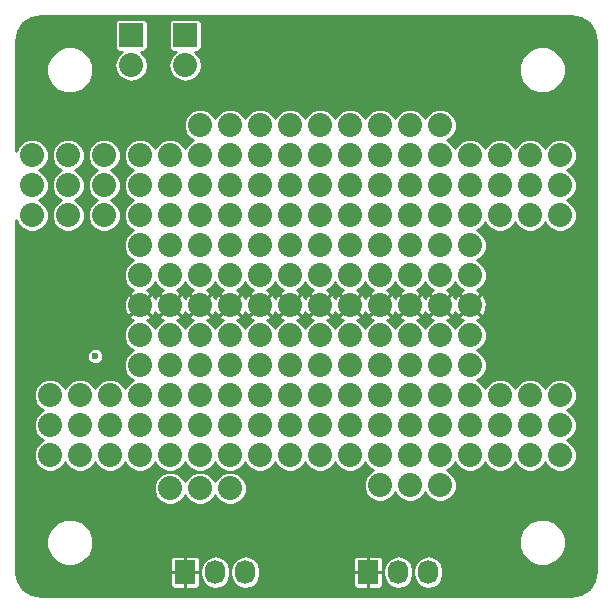
<source format=gbl>
G04 #@! TF.FileFunction,Copper,L2,Bot,Signal*
%FSLAX46Y46*%
G04 Gerber Fmt 4.6, Leading zero omitted, Abs format (unit mm)*
G04 Created by KiCad (PCBNEW (2016-03-07 BZR 6612)-product) date Monday, 30 May 2016 'amt' 03:04:43*
%MOMM*%
G01*
G04 APERTURE LIST*
%ADD10C,0.100000*%
%ADD11R,2.032000X2.032000*%
%ADD12O,2.032000X2.032000*%
%ADD13C,2.032000*%
%ADD14R,1.727200X2.032000*%
%ADD15O,1.727200X2.032000*%
%ADD16C,1.000000*%
%ADD17C,0.600000*%
%ADD18C,0.253000*%
G04 APERTURE END LIST*
D10*
D11*
X64770000Y-52070000D03*
D12*
X64770000Y-54610000D03*
D13*
X51816000Y-62230000D03*
X51816000Y-64770000D03*
X51816000Y-67310000D03*
X53340000Y-82550000D03*
X53340000Y-85090000D03*
X53340000Y-87630000D03*
X54864000Y-62230000D03*
X54864000Y-64770000D03*
X54864000Y-67310000D03*
X57912000Y-62230000D03*
X57912000Y-64770000D03*
X57912000Y-67310000D03*
X55880000Y-82550000D03*
X55880000Y-85090000D03*
X55880000Y-87630000D03*
X58420000Y-82550000D03*
X58420000Y-85090000D03*
X58420000Y-87630000D03*
X91440000Y-62230000D03*
X91440000Y-64770000D03*
X91440000Y-67310000D03*
X91440000Y-82550000D03*
X91440000Y-85090000D03*
X91440000Y-87630000D03*
X81280000Y-59690000D03*
X83820000Y-59690000D03*
X86360000Y-59690000D03*
X93980000Y-62230000D03*
X93980000Y-64770000D03*
X93980000Y-67310000D03*
X96520000Y-62230000D03*
X96520000Y-64770000D03*
X96520000Y-67310000D03*
X93980000Y-82550000D03*
X93980000Y-85090000D03*
X93980000Y-87630000D03*
X96520000Y-82550000D03*
X96520000Y-85090000D03*
X96520000Y-87630000D03*
X73660000Y-59690000D03*
X76200000Y-59690000D03*
X78740000Y-59690000D03*
X66040000Y-59690000D03*
X68580000Y-59690000D03*
X71120000Y-59690000D03*
X81280000Y-90170000D03*
X83820000Y-90170000D03*
X86360000Y-90170000D03*
X63500000Y-90424000D03*
X66040000Y-90424000D03*
X68580000Y-90424000D03*
X60960000Y-87630000D03*
X63500000Y-87630000D03*
X66040000Y-87630000D03*
X68580000Y-87630000D03*
X71120000Y-87630000D03*
X73660000Y-87630000D03*
X76200000Y-87630000D03*
X78740000Y-87630000D03*
X81280000Y-87630000D03*
X83820000Y-87630000D03*
X86360000Y-87630000D03*
X88900000Y-87630000D03*
X60960000Y-67310000D03*
X63500000Y-67310000D03*
X66040000Y-67310000D03*
X68580000Y-67310000D03*
X71120000Y-67310000D03*
X73660000Y-67310000D03*
X76200000Y-67310000D03*
X78740000Y-67310000D03*
X81280000Y-67310000D03*
X83820000Y-67310000D03*
X86360000Y-67310000D03*
X88900000Y-67310000D03*
X60960000Y-74930000D03*
X63500000Y-74930000D03*
X66040000Y-74930000D03*
X68580000Y-74930000D03*
X71120000Y-74930000D03*
X73660000Y-74930000D03*
X76200000Y-74930000D03*
X78740000Y-74930000D03*
X81280000Y-74930000D03*
X83820000Y-74930000D03*
X86360000Y-74930000D03*
X88900000Y-74930000D03*
X60960000Y-64770000D03*
X63500000Y-64770000D03*
X66040000Y-64770000D03*
X68580000Y-64770000D03*
X71120000Y-64770000D03*
X73660000Y-64770000D03*
X76200000Y-64770000D03*
X78740000Y-64770000D03*
X81280000Y-64770000D03*
X83820000Y-64770000D03*
X86360000Y-64770000D03*
X88900000Y-64770000D03*
X60960000Y-62230000D03*
X63500000Y-62230000D03*
X66040000Y-62230000D03*
X68580000Y-62230000D03*
X71120000Y-62230000D03*
X73660000Y-62230000D03*
X76200000Y-62230000D03*
X78740000Y-62230000D03*
X81280000Y-62230000D03*
X83820000Y-62230000D03*
X86360000Y-62230000D03*
X88900000Y-62230000D03*
X60960000Y-69850000D03*
X63500000Y-69850000D03*
X66040000Y-69850000D03*
X68580000Y-69850000D03*
X71120000Y-69850000D03*
X73660000Y-69850000D03*
X76200000Y-69850000D03*
X78740000Y-69850000D03*
X81280000Y-69850000D03*
X83820000Y-69850000D03*
X86360000Y-69850000D03*
X88900000Y-69850000D03*
X60960000Y-72390000D03*
X63500000Y-72390000D03*
X66040000Y-72390000D03*
X68580000Y-72390000D03*
X71120000Y-72390000D03*
X73660000Y-72390000D03*
X76200000Y-72390000D03*
X78740000Y-72390000D03*
X81280000Y-72390000D03*
X83820000Y-72390000D03*
X86360000Y-72390000D03*
X88900000Y-72390000D03*
X60960000Y-77470000D03*
X63500000Y-77470000D03*
X66040000Y-77470000D03*
X68580000Y-77470000D03*
X71120000Y-77470000D03*
X73660000Y-77470000D03*
X76200000Y-77470000D03*
X78740000Y-77470000D03*
X81280000Y-77470000D03*
X83820000Y-77470000D03*
X86360000Y-77470000D03*
X88900000Y-77470000D03*
X60960000Y-80010000D03*
X63500000Y-80010000D03*
X66040000Y-80010000D03*
X68580000Y-80010000D03*
X71120000Y-80010000D03*
X73660000Y-80010000D03*
X76200000Y-80010000D03*
X78740000Y-80010000D03*
X81280000Y-80010000D03*
X83820000Y-80010000D03*
X86360000Y-80010000D03*
X88900000Y-80010000D03*
X60960000Y-82550000D03*
X63500000Y-82550000D03*
X66040000Y-82550000D03*
X68580000Y-82550000D03*
X71120000Y-82550000D03*
X73660000Y-82550000D03*
X76200000Y-82550000D03*
X78740000Y-82550000D03*
X81280000Y-82550000D03*
X83820000Y-82550000D03*
X86360000Y-82550000D03*
X88900000Y-82550000D03*
X60960000Y-85090000D03*
X63500000Y-85090000D03*
X66040000Y-85090000D03*
X68580000Y-85090000D03*
X71120000Y-85090000D03*
X73660000Y-85090000D03*
X76200000Y-85090000D03*
X78740000Y-85090000D03*
X81280000Y-85090000D03*
X83820000Y-85090000D03*
X86360000Y-85090000D03*
X88900000Y-85090000D03*
D14*
X64770000Y-97536000D03*
D15*
X67310000Y-97536000D03*
X69850000Y-97536000D03*
D14*
X80264000Y-97536000D03*
D15*
X82804000Y-97536000D03*
X85344000Y-97536000D03*
D11*
X60198000Y-52070000D03*
D12*
X60198000Y-54610000D03*
D16*
X71501000Y-52451000D03*
X76962000Y-97282000D03*
D17*
X57150000Y-79248000D03*
D18*
G36*
X98278984Y-50619373D02*
X98939371Y-51060631D01*
X99380627Y-51721018D01*
X99544500Y-52544865D01*
X99544500Y-97455135D01*
X99380627Y-98278982D01*
X98939371Y-98939369D01*
X98278984Y-99380627D01*
X97455135Y-99544500D01*
X52544865Y-99544500D01*
X51721018Y-99380627D01*
X51060631Y-98939371D01*
X50619373Y-98278984D01*
X50490606Y-97631625D01*
X63525900Y-97631625D01*
X63525900Y-98627686D01*
X63583828Y-98767536D01*
X63690864Y-98874572D01*
X63830714Y-98932500D01*
X64674375Y-98932500D01*
X64769500Y-98837375D01*
X64769500Y-97536500D01*
X64770500Y-97536500D01*
X64770500Y-98837375D01*
X64865625Y-98932500D01*
X65709286Y-98932500D01*
X65849136Y-98874572D01*
X65956172Y-98767536D01*
X66014100Y-98627686D01*
X66014100Y-97631625D01*
X65918975Y-97536500D01*
X64770500Y-97536500D01*
X64769500Y-97536500D01*
X63621025Y-97536500D01*
X63525900Y-97631625D01*
X50490606Y-97631625D01*
X50455500Y-97455135D01*
X50455500Y-95392217D01*
X53019157Y-95392217D01*
X53320035Y-96120397D01*
X53876672Y-96678007D01*
X54604326Y-96980155D01*
X55392217Y-96980843D01*
X56120397Y-96679965D01*
X56356459Y-96444314D01*
X63525900Y-96444314D01*
X63525900Y-97440375D01*
X63621025Y-97535500D01*
X64769500Y-97535500D01*
X64769500Y-96234625D01*
X64770500Y-96234625D01*
X64770500Y-97535500D01*
X65918975Y-97535500D01*
X66014100Y-97440375D01*
X66014100Y-97356241D01*
X66065900Y-97356241D01*
X66065900Y-97715759D01*
X66160601Y-98191855D01*
X66430288Y-98595471D01*
X66833904Y-98865158D01*
X67310000Y-98959859D01*
X67786096Y-98865158D01*
X68189712Y-98595471D01*
X68459399Y-98191855D01*
X68554100Y-97715759D01*
X68554100Y-97356241D01*
X68605900Y-97356241D01*
X68605900Y-97715759D01*
X68700601Y-98191855D01*
X68970288Y-98595471D01*
X69373904Y-98865158D01*
X69850000Y-98959859D01*
X70326096Y-98865158D01*
X70729712Y-98595471D01*
X70999399Y-98191855D01*
X71094100Y-97715759D01*
X71094100Y-97631625D01*
X79019900Y-97631625D01*
X79019900Y-98627686D01*
X79077828Y-98767536D01*
X79184864Y-98874572D01*
X79324714Y-98932500D01*
X80168375Y-98932500D01*
X80263500Y-98837375D01*
X80263500Y-97536500D01*
X80264500Y-97536500D01*
X80264500Y-98837375D01*
X80359625Y-98932500D01*
X81203286Y-98932500D01*
X81343136Y-98874572D01*
X81450172Y-98767536D01*
X81508100Y-98627686D01*
X81508100Y-97631625D01*
X81412975Y-97536500D01*
X80264500Y-97536500D01*
X80263500Y-97536500D01*
X79115025Y-97536500D01*
X79019900Y-97631625D01*
X71094100Y-97631625D01*
X71094100Y-97356241D01*
X70999399Y-96880145D01*
X70729712Y-96476529D01*
X70681499Y-96444314D01*
X79019900Y-96444314D01*
X79019900Y-97440375D01*
X79115025Y-97535500D01*
X80263500Y-97535500D01*
X80263500Y-96234625D01*
X80264500Y-96234625D01*
X80264500Y-97535500D01*
X81412975Y-97535500D01*
X81508100Y-97440375D01*
X81508100Y-97356241D01*
X81559900Y-97356241D01*
X81559900Y-97715759D01*
X81654601Y-98191855D01*
X81924288Y-98595471D01*
X82327904Y-98865158D01*
X82804000Y-98959859D01*
X83280096Y-98865158D01*
X83683712Y-98595471D01*
X83953399Y-98191855D01*
X84048100Y-97715759D01*
X84048100Y-97356241D01*
X84099900Y-97356241D01*
X84099900Y-97715759D01*
X84194601Y-98191855D01*
X84464288Y-98595471D01*
X84867904Y-98865158D01*
X85344000Y-98959859D01*
X85820096Y-98865158D01*
X86223712Y-98595471D01*
X86493399Y-98191855D01*
X86588100Y-97715759D01*
X86588100Y-97356241D01*
X86493399Y-96880145D01*
X86223712Y-96476529D01*
X85820096Y-96206842D01*
X85344000Y-96112141D01*
X84867904Y-96206842D01*
X84464288Y-96476529D01*
X84194601Y-96880145D01*
X84099900Y-97356241D01*
X84048100Y-97356241D01*
X83953399Y-96880145D01*
X83683712Y-96476529D01*
X83280096Y-96206842D01*
X82804000Y-96112141D01*
X82327904Y-96206842D01*
X81924288Y-96476529D01*
X81654601Y-96880145D01*
X81559900Y-97356241D01*
X81508100Y-97356241D01*
X81508100Y-96444314D01*
X81450172Y-96304464D01*
X81343136Y-96197428D01*
X81203286Y-96139500D01*
X80359625Y-96139500D01*
X80264500Y-96234625D01*
X80263500Y-96234625D01*
X80168375Y-96139500D01*
X79324714Y-96139500D01*
X79184864Y-96197428D01*
X79077828Y-96304464D01*
X79019900Y-96444314D01*
X70681499Y-96444314D01*
X70326096Y-96206842D01*
X69850000Y-96112141D01*
X69373904Y-96206842D01*
X68970288Y-96476529D01*
X68700601Y-96880145D01*
X68605900Y-97356241D01*
X68554100Y-97356241D01*
X68459399Y-96880145D01*
X68189712Y-96476529D01*
X67786096Y-96206842D01*
X67310000Y-96112141D01*
X66833904Y-96206842D01*
X66430288Y-96476529D01*
X66160601Y-96880145D01*
X66065900Y-97356241D01*
X66014100Y-97356241D01*
X66014100Y-96444314D01*
X65956172Y-96304464D01*
X65849136Y-96197428D01*
X65709286Y-96139500D01*
X64865625Y-96139500D01*
X64770500Y-96234625D01*
X64769500Y-96234625D01*
X64674375Y-96139500D01*
X63830714Y-96139500D01*
X63690864Y-96197428D01*
X63583828Y-96304464D01*
X63525900Y-96444314D01*
X56356459Y-96444314D01*
X56678007Y-96123328D01*
X56980155Y-95395674D01*
X56980158Y-95392217D01*
X93019157Y-95392217D01*
X93320035Y-96120397D01*
X93876672Y-96678007D01*
X94604326Y-96980155D01*
X95392217Y-96980843D01*
X96120397Y-96679965D01*
X96678007Y-96123328D01*
X96980155Y-95395674D01*
X96980843Y-94607783D01*
X96679965Y-93879603D01*
X96123328Y-93321993D01*
X95395674Y-93019845D01*
X94607783Y-93019157D01*
X93879603Y-93320035D01*
X93321993Y-93876672D01*
X93019845Y-94604326D01*
X93019157Y-95392217D01*
X56980158Y-95392217D01*
X56980843Y-94607783D01*
X56679965Y-93879603D01*
X56123328Y-93321993D01*
X55395674Y-93019845D01*
X54607783Y-93019157D01*
X53879603Y-93320035D01*
X53321993Y-93876672D01*
X53019845Y-94604326D01*
X53019157Y-95392217D01*
X50455500Y-95392217D01*
X50455500Y-90700562D01*
X62103258Y-90700562D01*
X62315415Y-91214020D01*
X62707913Y-91607205D01*
X63221000Y-91820257D01*
X63776562Y-91820742D01*
X64290020Y-91608585D01*
X64683205Y-91216087D01*
X64769950Y-91007180D01*
X64855415Y-91214020D01*
X65247913Y-91607205D01*
X65761000Y-91820257D01*
X66316562Y-91820742D01*
X66830020Y-91608585D01*
X67223205Y-91216087D01*
X67309950Y-91007180D01*
X67395415Y-91214020D01*
X67787913Y-91607205D01*
X68301000Y-91820257D01*
X68856562Y-91820742D01*
X69370020Y-91608585D01*
X69763205Y-91216087D01*
X69976257Y-90703000D01*
X69976742Y-90147438D01*
X69764585Y-89633980D01*
X69372087Y-89240795D01*
X68859000Y-89027743D01*
X68303438Y-89027258D01*
X67789980Y-89239415D01*
X67396795Y-89631913D01*
X67310050Y-89840820D01*
X67224585Y-89633980D01*
X66832087Y-89240795D01*
X66319000Y-89027743D01*
X65763438Y-89027258D01*
X65249980Y-89239415D01*
X64856795Y-89631913D01*
X64770050Y-89840820D01*
X64684585Y-89633980D01*
X64292087Y-89240795D01*
X63779000Y-89027743D01*
X63223438Y-89027258D01*
X62709980Y-89239415D01*
X62316795Y-89631913D01*
X62103743Y-90145000D01*
X62103258Y-90700562D01*
X50455500Y-90700562D01*
X50455500Y-82826562D01*
X51943258Y-82826562D01*
X52155415Y-83340020D01*
X52547913Y-83733205D01*
X52756820Y-83819950D01*
X52549980Y-83905415D01*
X52156795Y-84297913D01*
X51943743Y-84811000D01*
X51943258Y-85366562D01*
X52155415Y-85880020D01*
X52547913Y-86273205D01*
X52756820Y-86359950D01*
X52549980Y-86445415D01*
X52156795Y-86837913D01*
X51943743Y-87351000D01*
X51943258Y-87906562D01*
X52155415Y-88420020D01*
X52547913Y-88813205D01*
X53061000Y-89026257D01*
X53616562Y-89026742D01*
X54130020Y-88814585D01*
X54523205Y-88422087D01*
X54609950Y-88213180D01*
X54695415Y-88420020D01*
X55087913Y-88813205D01*
X55601000Y-89026257D01*
X56156562Y-89026742D01*
X56670020Y-88814585D01*
X57063205Y-88422087D01*
X57149950Y-88213180D01*
X57235415Y-88420020D01*
X57627913Y-88813205D01*
X58141000Y-89026257D01*
X58696562Y-89026742D01*
X59210020Y-88814585D01*
X59603205Y-88422087D01*
X59689950Y-88213180D01*
X59775415Y-88420020D01*
X60167913Y-88813205D01*
X60681000Y-89026257D01*
X61236562Y-89026742D01*
X61750020Y-88814585D01*
X62143205Y-88422087D01*
X62229950Y-88213180D01*
X62315415Y-88420020D01*
X62707913Y-88813205D01*
X63221000Y-89026257D01*
X63776562Y-89026742D01*
X64290020Y-88814585D01*
X64683205Y-88422087D01*
X64769950Y-88213180D01*
X64855415Y-88420020D01*
X65247913Y-88813205D01*
X65761000Y-89026257D01*
X66316562Y-89026742D01*
X66830020Y-88814585D01*
X67223205Y-88422087D01*
X67309950Y-88213180D01*
X67395415Y-88420020D01*
X67787913Y-88813205D01*
X68301000Y-89026257D01*
X68856562Y-89026742D01*
X69370020Y-88814585D01*
X69763205Y-88422087D01*
X69849950Y-88213180D01*
X69935415Y-88420020D01*
X70327913Y-88813205D01*
X70841000Y-89026257D01*
X71396562Y-89026742D01*
X71910020Y-88814585D01*
X72303205Y-88422087D01*
X72389950Y-88213180D01*
X72475415Y-88420020D01*
X72867913Y-88813205D01*
X73381000Y-89026257D01*
X73936562Y-89026742D01*
X74450020Y-88814585D01*
X74843205Y-88422087D01*
X74929950Y-88213180D01*
X75015415Y-88420020D01*
X75407913Y-88813205D01*
X75921000Y-89026257D01*
X76476562Y-89026742D01*
X76990020Y-88814585D01*
X77383205Y-88422087D01*
X77469950Y-88213180D01*
X77555415Y-88420020D01*
X77947913Y-88813205D01*
X78461000Y-89026257D01*
X79016562Y-89026742D01*
X79530020Y-88814585D01*
X79923205Y-88422087D01*
X80009950Y-88213180D01*
X80095415Y-88420020D01*
X80487913Y-88813205D01*
X80696820Y-88899950D01*
X80489980Y-88985415D01*
X80096795Y-89377913D01*
X79883743Y-89891000D01*
X79883258Y-90446562D01*
X80095415Y-90960020D01*
X80487913Y-91353205D01*
X81001000Y-91566257D01*
X81556562Y-91566742D01*
X82070020Y-91354585D01*
X82463205Y-90962087D01*
X82549950Y-90753180D01*
X82635415Y-90960020D01*
X83027913Y-91353205D01*
X83541000Y-91566257D01*
X84096562Y-91566742D01*
X84610020Y-91354585D01*
X85003205Y-90962087D01*
X85089950Y-90753180D01*
X85175415Y-90960020D01*
X85567913Y-91353205D01*
X86081000Y-91566257D01*
X86636562Y-91566742D01*
X87150020Y-91354585D01*
X87543205Y-90962087D01*
X87756257Y-90449000D01*
X87756742Y-89893438D01*
X87544585Y-89379980D01*
X87152087Y-88986795D01*
X86943180Y-88900050D01*
X87150020Y-88814585D01*
X87543205Y-88422087D01*
X87629950Y-88213180D01*
X87715415Y-88420020D01*
X88107913Y-88813205D01*
X88621000Y-89026257D01*
X89176562Y-89026742D01*
X89690020Y-88814585D01*
X90083205Y-88422087D01*
X90169950Y-88213180D01*
X90255415Y-88420020D01*
X90647913Y-88813205D01*
X91161000Y-89026257D01*
X91716562Y-89026742D01*
X92230020Y-88814585D01*
X92623205Y-88422087D01*
X92709950Y-88213180D01*
X92795415Y-88420020D01*
X93187913Y-88813205D01*
X93701000Y-89026257D01*
X94256562Y-89026742D01*
X94770020Y-88814585D01*
X95163205Y-88422087D01*
X95249950Y-88213180D01*
X95335415Y-88420020D01*
X95727913Y-88813205D01*
X96241000Y-89026257D01*
X96796562Y-89026742D01*
X97310020Y-88814585D01*
X97703205Y-88422087D01*
X97916257Y-87909000D01*
X97916742Y-87353438D01*
X97704585Y-86839980D01*
X97312087Y-86446795D01*
X97103180Y-86360050D01*
X97310020Y-86274585D01*
X97703205Y-85882087D01*
X97916257Y-85369000D01*
X97916742Y-84813438D01*
X97704585Y-84299980D01*
X97312087Y-83906795D01*
X97103180Y-83820050D01*
X97310020Y-83734585D01*
X97703205Y-83342087D01*
X97916257Y-82829000D01*
X97916742Y-82273438D01*
X97704585Y-81759980D01*
X97312087Y-81366795D01*
X96799000Y-81153743D01*
X96243438Y-81153258D01*
X95729980Y-81365415D01*
X95336795Y-81757913D01*
X95250050Y-81966820D01*
X95164585Y-81759980D01*
X94772087Y-81366795D01*
X94259000Y-81153743D01*
X93703438Y-81153258D01*
X93189980Y-81365415D01*
X92796795Y-81757913D01*
X92710050Y-81966820D01*
X92624585Y-81759980D01*
X92232087Y-81366795D01*
X91719000Y-81153743D01*
X91163438Y-81153258D01*
X90649980Y-81365415D01*
X90256795Y-81757913D01*
X90170050Y-81966820D01*
X90084585Y-81759980D01*
X89692087Y-81366795D01*
X89483180Y-81280050D01*
X89690020Y-81194585D01*
X90083205Y-80802087D01*
X90296257Y-80289000D01*
X90296742Y-79733438D01*
X90084585Y-79219980D01*
X89692087Y-78826795D01*
X89483180Y-78740050D01*
X89690020Y-78654585D01*
X90083205Y-78262087D01*
X90296257Y-77749000D01*
X90296742Y-77193438D01*
X90084585Y-76679980D01*
X89692087Y-76286795D01*
X89487345Y-76201779D01*
X89644390Y-76143779D01*
X89736519Y-76082220D01*
X89839203Y-75869910D01*
X88900000Y-74930707D01*
X87960797Y-75869910D01*
X88063481Y-76082220D01*
X88318018Y-76199455D01*
X88109980Y-76285415D01*
X87716795Y-76677913D01*
X87630050Y-76886820D01*
X87544585Y-76679980D01*
X87152087Y-76286795D01*
X86947345Y-76201779D01*
X87104390Y-76143779D01*
X87196519Y-76082220D01*
X87299203Y-75869910D01*
X86360000Y-74930707D01*
X85420797Y-75869910D01*
X85523481Y-76082220D01*
X85778018Y-76199455D01*
X85569980Y-76285415D01*
X85176795Y-76677913D01*
X85090050Y-76886820D01*
X85004585Y-76679980D01*
X84612087Y-76286795D01*
X84407345Y-76201779D01*
X84564390Y-76143779D01*
X84656519Y-76082220D01*
X84759203Y-75869910D01*
X83820000Y-74930707D01*
X82880797Y-75869910D01*
X82983481Y-76082220D01*
X83238018Y-76199455D01*
X83029980Y-76285415D01*
X82636795Y-76677913D01*
X82550050Y-76886820D01*
X82464585Y-76679980D01*
X82072087Y-76286795D01*
X81867345Y-76201779D01*
X82024390Y-76143779D01*
X82116519Y-76082220D01*
X82219203Y-75869910D01*
X81280000Y-74930707D01*
X80340797Y-75869910D01*
X80443481Y-76082220D01*
X80698018Y-76199455D01*
X80489980Y-76285415D01*
X80096795Y-76677913D01*
X80010050Y-76886820D01*
X79924585Y-76679980D01*
X79532087Y-76286795D01*
X79327345Y-76201779D01*
X79484390Y-76143779D01*
X79576519Y-76082220D01*
X79679203Y-75869910D01*
X78740000Y-74930707D01*
X77800797Y-75869910D01*
X77903481Y-76082220D01*
X78158018Y-76199455D01*
X77949980Y-76285415D01*
X77556795Y-76677913D01*
X77470050Y-76886820D01*
X77384585Y-76679980D01*
X76992087Y-76286795D01*
X76787345Y-76201779D01*
X76944390Y-76143779D01*
X77036519Y-76082220D01*
X77139203Y-75869910D01*
X76200000Y-74930707D01*
X75260797Y-75869910D01*
X75363481Y-76082220D01*
X75618018Y-76199455D01*
X75409980Y-76285415D01*
X75016795Y-76677913D01*
X74930050Y-76886820D01*
X74844585Y-76679980D01*
X74452087Y-76286795D01*
X74247345Y-76201779D01*
X74404390Y-76143779D01*
X74496519Y-76082220D01*
X74599203Y-75869910D01*
X73660000Y-74930707D01*
X72720797Y-75869910D01*
X72823481Y-76082220D01*
X73078018Y-76199455D01*
X72869980Y-76285415D01*
X72476795Y-76677913D01*
X72390050Y-76886820D01*
X72304585Y-76679980D01*
X71912087Y-76286795D01*
X71707345Y-76201779D01*
X71864390Y-76143779D01*
X71956519Y-76082220D01*
X72059203Y-75869910D01*
X71120000Y-74930707D01*
X70180797Y-75869910D01*
X70283481Y-76082220D01*
X70538018Y-76199455D01*
X70329980Y-76285415D01*
X69936795Y-76677913D01*
X69850050Y-76886820D01*
X69764585Y-76679980D01*
X69372087Y-76286795D01*
X69167345Y-76201779D01*
X69324390Y-76143779D01*
X69416519Y-76082220D01*
X69519203Y-75869910D01*
X68580000Y-74930707D01*
X67640797Y-75869910D01*
X67743481Y-76082220D01*
X67998018Y-76199455D01*
X67789980Y-76285415D01*
X67396795Y-76677913D01*
X67310050Y-76886820D01*
X67224585Y-76679980D01*
X66832087Y-76286795D01*
X66627345Y-76201779D01*
X66784390Y-76143779D01*
X66876519Y-76082220D01*
X66979203Y-75869910D01*
X66040000Y-74930707D01*
X65100797Y-75869910D01*
X65203481Y-76082220D01*
X65458018Y-76199455D01*
X65249980Y-76285415D01*
X64856795Y-76677913D01*
X64770050Y-76886820D01*
X64684585Y-76679980D01*
X64292087Y-76286795D01*
X64087345Y-76201779D01*
X64244390Y-76143779D01*
X64336519Y-76082220D01*
X64439203Y-75869910D01*
X63500000Y-74930707D01*
X62560797Y-75869910D01*
X62663481Y-76082220D01*
X62918018Y-76199455D01*
X62709980Y-76285415D01*
X62316795Y-76677913D01*
X62230050Y-76886820D01*
X62144585Y-76679980D01*
X61752087Y-76286795D01*
X61547345Y-76201779D01*
X61704390Y-76143779D01*
X61796519Y-76082220D01*
X61899203Y-75869910D01*
X60960000Y-74930707D01*
X60020797Y-75869910D01*
X60123481Y-76082220D01*
X60378018Y-76199455D01*
X60169980Y-76285415D01*
X59776795Y-76677913D01*
X59563743Y-77191000D01*
X59563258Y-77746562D01*
X59775415Y-78260020D01*
X60167913Y-78653205D01*
X60376820Y-78739950D01*
X60169980Y-78825415D01*
X59776795Y-79217913D01*
X59563743Y-79731000D01*
X59563258Y-80286562D01*
X59775415Y-80800020D01*
X60167913Y-81193205D01*
X60376820Y-81279950D01*
X60169980Y-81365415D01*
X59776795Y-81757913D01*
X59690050Y-81966820D01*
X59604585Y-81759980D01*
X59212087Y-81366795D01*
X58699000Y-81153743D01*
X58143438Y-81153258D01*
X57629980Y-81365415D01*
X57236795Y-81757913D01*
X57150050Y-81966820D01*
X57064585Y-81759980D01*
X56672087Y-81366795D01*
X56159000Y-81153743D01*
X55603438Y-81153258D01*
X55089980Y-81365415D01*
X54696795Y-81757913D01*
X54610050Y-81966820D01*
X54524585Y-81759980D01*
X54132087Y-81366795D01*
X53619000Y-81153743D01*
X53063438Y-81153258D01*
X52549980Y-81365415D01*
X52156795Y-81757913D01*
X51943743Y-82271000D01*
X51943258Y-82826562D01*
X50455500Y-82826562D01*
X50455500Y-79382766D01*
X56469382Y-79382766D01*
X56572764Y-79632969D01*
X56764024Y-79824564D01*
X57014046Y-79928382D01*
X57284766Y-79928618D01*
X57534969Y-79825236D01*
X57726564Y-79633976D01*
X57830382Y-79383954D01*
X57830618Y-79113234D01*
X57727236Y-78863031D01*
X57535976Y-78671436D01*
X57285954Y-78567618D01*
X57015234Y-78567382D01*
X56765031Y-78670764D01*
X56573436Y-78862024D01*
X56469618Y-79112046D01*
X56469382Y-79382766D01*
X50455500Y-79382766D01*
X50455500Y-75153234D01*
X59553748Y-75153234D01*
X59746221Y-75674390D01*
X59807780Y-75766519D01*
X60020090Y-75869203D01*
X60959293Y-74930000D01*
X60960707Y-74930000D01*
X61899910Y-75869203D01*
X62112220Y-75766519D01*
X62227671Y-75515856D01*
X62286221Y-75674390D01*
X62347780Y-75766519D01*
X62560090Y-75869203D01*
X63499293Y-74930000D01*
X63500707Y-74930000D01*
X64439910Y-75869203D01*
X64652220Y-75766519D01*
X64767671Y-75515856D01*
X64826221Y-75674390D01*
X64887780Y-75766519D01*
X65100090Y-75869203D01*
X66039293Y-74930000D01*
X66040707Y-74930000D01*
X66979910Y-75869203D01*
X67192220Y-75766519D01*
X67307671Y-75515856D01*
X67366221Y-75674390D01*
X67427780Y-75766519D01*
X67640090Y-75869203D01*
X68579293Y-74930000D01*
X68580707Y-74930000D01*
X69519910Y-75869203D01*
X69732220Y-75766519D01*
X69847671Y-75515856D01*
X69906221Y-75674390D01*
X69967780Y-75766519D01*
X70180090Y-75869203D01*
X71119293Y-74930000D01*
X71120707Y-74930000D01*
X72059910Y-75869203D01*
X72272220Y-75766519D01*
X72387671Y-75515856D01*
X72446221Y-75674390D01*
X72507780Y-75766519D01*
X72720090Y-75869203D01*
X73659293Y-74930000D01*
X73660707Y-74930000D01*
X74599910Y-75869203D01*
X74812220Y-75766519D01*
X74927671Y-75515856D01*
X74986221Y-75674390D01*
X75047780Y-75766519D01*
X75260090Y-75869203D01*
X76199293Y-74930000D01*
X76200707Y-74930000D01*
X77139910Y-75869203D01*
X77352220Y-75766519D01*
X77467671Y-75515856D01*
X77526221Y-75674390D01*
X77587780Y-75766519D01*
X77800090Y-75869203D01*
X78739293Y-74930000D01*
X78740707Y-74930000D01*
X79679910Y-75869203D01*
X79892220Y-75766519D01*
X80007671Y-75515856D01*
X80066221Y-75674390D01*
X80127780Y-75766519D01*
X80340090Y-75869203D01*
X81279293Y-74930000D01*
X81280707Y-74930000D01*
X82219910Y-75869203D01*
X82432220Y-75766519D01*
X82547671Y-75515856D01*
X82606221Y-75674390D01*
X82667780Y-75766519D01*
X82880090Y-75869203D01*
X83819293Y-74930000D01*
X83820707Y-74930000D01*
X84759910Y-75869203D01*
X84972220Y-75766519D01*
X85087671Y-75515856D01*
X85146221Y-75674390D01*
X85207780Y-75766519D01*
X85420090Y-75869203D01*
X86359293Y-74930000D01*
X86360707Y-74930000D01*
X87299910Y-75869203D01*
X87512220Y-75766519D01*
X87627671Y-75515856D01*
X87686221Y-75674390D01*
X87747780Y-75766519D01*
X87960090Y-75869203D01*
X88899293Y-74930000D01*
X88900707Y-74930000D01*
X89839910Y-75869203D01*
X90052220Y-75766519D01*
X90284635Y-75261908D01*
X90306252Y-74706766D01*
X90113779Y-74185610D01*
X90052220Y-74093481D01*
X89839910Y-73990797D01*
X88900707Y-74930000D01*
X88899293Y-74930000D01*
X87960090Y-73990797D01*
X87747780Y-74093481D01*
X87632329Y-74344144D01*
X87573779Y-74185610D01*
X87512220Y-74093481D01*
X87299910Y-73990797D01*
X86360707Y-74930000D01*
X86359293Y-74930000D01*
X85420090Y-73990797D01*
X85207780Y-74093481D01*
X85092329Y-74344144D01*
X85033779Y-74185610D01*
X84972220Y-74093481D01*
X84759910Y-73990797D01*
X83820707Y-74930000D01*
X83819293Y-74930000D01*
X82880090Y-73990797D01*
X82667780Y-74093481D01*
X82552329Y-74344144D01*
X82493779Y-74185610D01*
X82432220Y-74093481D01*
X82219910Y-73990797D01*
X81280707Y-74930000D01*
X81279293Y-74930000D01*
X80340090Y-73990797D01*
X80127780Y-74093481D01*
X80012329Y-74344144D01*
X79953779Y-74185610D01*
X79892220Y-74093481D01*
X79679910Y-73990797D01*
X78740707Y-74930000D01*
X78739293Y-74930000D01*
X77800090Y-73990797D01*
X77587780Y-74093481D01*
X77472329Y-74344144D01*
X77413779Y-74185610D01*
X77352220Y-74093481D01*
X77139910Y-73990797D01*
X76200707Y-74930000D01*
X76199293Y-74930000D01*
X75260090Y-73990797D01*
X75047780Y-74093481D01*
X74932329Y-74344144D01*
X74873779Y-74185610D01*
X74812220Y-74093481D01*
X74599910Y-73990797D01*
X73660707Y-74930000D01*
X73659293Y-74930000D01*
X72720090Y-73990797D01*
X72507780Y-74093481D01*
X72392329Y-74344144D01*
X72333779Y-74185610D01*
X72272220Y-74093481D01*
X72059910Y-73990797D01*
X71120707Y-74930000D01*
X71119293Y-74930000D01*
X70180090Y-73990797D01*
X69967780Y-74093481D01*
X69852329Y-74344144D01*
X69793779Y-74185610D01*
X69732220Y-74093481D01*
X69519910Y-73990797D01*
X68580707Y-74930000D01*
X68579293Y-74930000D01*
X67640090Y-73990797D01*
X67427780Y-74093481D01*
X67312329Y-74344144D01*
X67253779Y-74185610D01*
X67192220Y-74093481D01*
X66979910Y-73990797D01*
X66040707Y-74930000D01*
X66039293Y-74930000D01*
X65100090Y-73990797D01*
X64887780Y-74093481D01*
X64772329Y-74344144D01*
X64713779Y-74185610D01*
X64652220Y-74093481D01*
X64439910Y-73990797D01*
X63500707Y-74930000D01*
X63499293Y-74930000D01*
X62560090Y-73990797D01*
X62347780Y-74093481D01*
X62232329Y-74344144D01*
X62173779Y-74185610D01*
X62112220Y-74093481D01*
X61899910Y-73990797D01*
X60960707Y-74930000D01*
X60959293Y-74930000D01*
X60020090Y-73990797D01*
X59807780Y-74093481D01*
X59575365Y-74598092D01*
X59553748Y-75153234D01*
X50455500Y-75153234D01*
X50455500Y-67674274D01*
X50631415Y-68100020D01*
X51023913Y-68493205D01*
X51537000Y-68706257D01*
X52092562Y-68706742D01*
X52606020Y-68494585D01*
X52999205Y-68102087D01*
X53212257Y-67589000D01*
X53212742Y-67033438D01*
X53000585Y-66519980D01*
X52608087Y-66126795D01*
X52399180Y-66040050D01*
X52606020Y-65954585D01*
X52999205Y-65562087D01*
X53212257Y-65049000D01*
X53212742Y-64493438D01*
X53000585Y-63979980D01*
X52608087Y-63586795D01*
X52399180Y-63500050D01*
X52606020Y-63414585D01*
X52999205Y-63022087D01*
X53212257Y-62509000D01*
X53212259Y-62506562D01*
X53467258Y-62506562D01*
X53679415Y-63020020D01*
X54071913Y-63413205D01*
X54280820Y-63499950D01*
X54073980Y-63585415D01*
X53680795Y-63977913D01*
X53467743Y-64491000D01*
X53467258Y-65046562D01*
X53679415Y-65560020D01*
X54071913Y-65953205D01*
X54280820Y-66039950D01*
X54073980Y-66125415D01*
X53680795Y-66517913D01*
X53467743Y-67031000D01*
X53467258Y-67586562D01*
X53679415Y-68100020D01*
X54071913Y-68493205D01*
X54585000Y-68706257D01*
X55140562Y-68706742D01*
X55654020Y-68494585D01*
X56047205Y-68102087D01*
X56260257Y-67589000D01*
X56260742Y-67033438D01*
X56048585Y-66519980D01*
X55656087Y-66126795D01*
X55447180Y-66040050D01*
X55654020Y-65954585D01*
X56047205Y-65562087D01*
X56260257Y-65049000D01*
X56260742Y-64493438D01*
X56048585Y-63979980D01*
X55656087Y-63586795D01*
X55447180Y-63500050D01*
X55654020Y-63414585D01*
X56047205Y-63022087D01*
X56260257Y-62509000D01*
X56260259Y-62506562D01*
X56515258Y-62506562D01*
X56727415Y-63020020D01*
X57119913Y-63413205D01*
X57328820Y-63499950D01*
X57121980Y-63585415D01*
X56728795Y-63977913D01*
X56515743Y-64491000D01*
X56515258Y-65046562D01*
X56727415Y-65560020D01*
X57119913Y-65953205D01*
X57328820Y-66039950D01*
X57121980Y-66125415D01*
X56728795Y-66517913D01*
X56515743Y-67031000D01*
X56515258Y-67586562D01*
X56727415Y-68100020D01*
X57119913Y-68493205D01*
X57633000Y-68706257D01*
X58188562Y-68706742D01*
X58702020Y-68494585D01*
X59095205Y-68102087D01*
X59308257Y-67589000D01*
X59308742Y-67033438D01*
X59096585Y-66519980D01*
X58704087Y-66126795D01*
X58495180Y-66040050D01*
X58702020Y-65954585D01*
X59095205Y-65562087D01*
X59308257Y-65049000D01*
X59308742Y-64493438D01*
X59096585Y-63979980D01*
X58704087Y-63586795D01*
X58495180Y-63500050D01*
X58702020Y-63414585D01*
X59095205Y-63022087D01*
X59308257Y-62509000D01*
X59308259Y-62506562D01*
X59563258Y-62506562D01*
X59775415Y-63020020D01*
X60167913Y-63413205D01*
X60376820Y-63499950D01*
X60169980Y-63585415D01*
X59776795Y-63977913D01*
X59563743Y-64491000D01*
X59563258Y-65046562D01*
X59775415Y-65560020D01*
X60167913Y-65953205D01*
X60376820Y-66039950D01*
X60169980Y-66125415D01*
X59776795Y-66517913D01*
X59563743Y-67031000D01*
X59563258Y-67586562D01*
X59775415Y-68100020D01*
X60167913Y-68493205D01*
X60376820Y-68579950D01*
X60169980Y-68665415D01*
X59776795Y-69057913D01*
X59563743Y-69571000D01*
X59563258Y-70126562D01*
X59775415Y-70640020D01*
X60167913Y-71033205D01*
X60376820Y-71119950D01*
X60169980Y-71205415D01*
X59776795Y-71597913D01*
X59563743Y-72111000D01*
X59563258Y-72666562D01*
X59775415Y-73180020D01*
X60167913Y-73573205D01*
X60372655Y-73658221D01*
X60215610Y-73716221D01*
X60123481Y-73777780D01*
X60020797Y-73990090D01*
X60960000Y-74929293D01*
X61899203Y-73990090D01*
X61796519Y-73777780D01*
X61541982Y-73660545D01*
X61750020Y-73574585D01*
X62143205Y-73182087D01*
X62229950Y-72973180D01*
X62315415Y-73180020D01*
X62707913Y-73573205D01*
X62912655Y-73658221D01*
X62755610Y-73716221D01*
X62663481Y-73777780D01*
X62560797Y-73990090D01*
X63500000Y-74929293D01*
X64439203Y-73990090D01*
X64336519Y-73777780D01*
X64081982Y-73660545D01*
X64290020Y-73574585D01*
X64683205Y-73182087D01*
X64769950Y-72973180D01*
X64855415Y-73180020D01*
X65247913Y-73573205D01*
X65452655Y-73658221D01*
X65295610Y-73716221D01*
X65203481Y-73777780D01*
X65100797Y-73990090D01*
X66040000Y-74929293D01*
X66979203Y-73990090D01*
X66876519Y-73777780D01*
X66621982Y-73660545D01*
X66830020Y-73574585D01*
X67223205Y-73182087D01*
X67309950Y-72973180D01*
X67395415Y-73180020D01*
X67787913Y-73573205D01*
X67992655Y-73658221D01*
X67835610Y-73716221D01*
X67743481Y-73777780D01*
X67640797Y-73990090D01*
X68580000Y-74929293D01*
X69519203Y-73990090D01*
X69416519Y-73777780D01*
X69161982Y-73660545D01*
X69370020Y-73574585D01*
X69763205Y-73182087D01*
X69849950Y-72973180D01*
X69935415Y-73180020D01*
X70327913Y-73573205D01*
X70532655Y-73658221D01*
X70375610Y-73716221D01*
X70283481Y-73777780D01*
X70180797Y-73990090D01*
X71120000Y-74929293D01*
X72059203Y-73990090D01*
X71956519Y-73777780D01*
X71701982Y-73660545D01*
X71910020Y-73574585D01*
X72303205Y-73182087D01*
X72389950Y-72973180D01*
X72475415Y-73180020D01*
X72867913Y-73573205D01*
X73072655Y-73658221D01*
X72915610Y-73716221D01*
X72823481Y-73777780D01*
X72720797Y-73990090D01*
X73660000Y-74929293D01*
X74599203Y-73990090D01*
X74496519Y-73777780D01*
X74241982Y-73660545D01*
X74450020Y-73574585D01*
X74843205Y-73182087D01*
X74929950Y-72973180D01*
X75015415Y-73180020D01*
X75407913Y-73573205D01*
X75612655Y-73658221D01*
X75455610Y-73716221D01*
X75363481Y-73777780D01*
X75260797Y-73990090D01*
X76200000Y-74929293D01*
X77139203Y-73990090D01*
X77036519Y-73777780D01*
X76781982Y-73660545D01*
X76990020Y-73574585D01*
X77383205Y-73182087D01*
X77469950Y-72973180D01*
X77555415Y-73180020D01*
X77947913Y-73573205D01*
X78152655Y-73658221D01*
X77995610Y-73716221D01*
X77903481Y-73777780D01*
X77800797Y-73990090D01*
X78740000Y-74929293D01*
X79679203Y-73990090D01*
X79576519Y-73777780D01*
X79321982Y-73660545D01*
X79530020Y-73574585D01*
X79923205Y-73182087D01*
X80009950Y-72973180D01*
X80095415Y-73180020D01*
X80487913Y-73573205D01*
X80692655Y-73658221D01*
X80535610Y-73716221D01*
X80443481Y-73777780D01*
X80340797Y-73990090D01*
X81280000Y-74929293D01*
X82219203Y-73990090D01*
X82116519Y-73777780D01*
X81861982Y-73660545D01*
X82070020Y-73574585D01*
X82463205Y-73182087D01*
X82549950Y-72973180D01*
X82635415Y-73180020D01*
X83027913Y-73573205D01*
X83232655Y-73658221D01*
X83075610Y-73716221D01*
X82983481Y-73777780D01*
X82880797Y-73990090D01*
X83820000Y-74929293D01*
X84759203Y-73990090D01*
X84656519Y-73777780D01*
X84401982Y-73660545D01*
X84610020Y-73574585D01*
X85003205Y-73182087D01*
X85089950Y-72973180D01*
X85175415Y-73180020D01*
X85567913Y-73573205D01*
X85772655Y-73658221D01*
X85615610Y-73716221D01*
X85523481Y-73777780D01*
X85420797Y-73990090D01*
X86360000Y-74929293D01*
X87299203Y-73990090D01*
X87196519Y-73777780D01*
X86941982Y-73660545D01*
X87150020Y-73574585D01*
X87543205Y-73182087D01*
X87629950Y-72973180D01*
X87715415Y-73180020D01*
X88107913Y-73573205D01*
X88312655Y-73658221D01*
X88155610Y-73716221D01*
X88063481Y-73777780D01*
X87960797Y-73990090D01*
X88900000Y-74929293D01*
X89839203Y-73990090D01*
X89736519Y-73777780D01*
X89481982Y-73660545D01*
X89690020Y-73574585D01*
X90083205Y-73182087D01*
X90296257Y-72669000D01*
X90296742Y-72113438D01*
X90084585Y-71599980D01*
X89692087Y-71206795D01*
X89483180Y-71120050D01*
X89690020Y-71034585D01*
X90083205Y-70642087D01*
X90296257Y-70129000D01*
X90296742Y-69573438D01*
X90084585Y-69059980D01*
X89692087Y-68666795D01*
X89483180Y-68580050D01*
X89690020Y-68494585D01*
X90083205Y-68102087D01*
X90169950Y-67893180D01*
X90255415Y-68100020D01*
X90647913Y-68493205D01*
X91161000Y-68706257D01*
X91716562Y-68706742D01*
X92230020Y-68494585D01*
X92623205Y-68102087D01*
X92709950Y-67893180D01*
X92795415Y-68100020D01*
X93187913Y-68493205D01*
X93701000Y-68706257D01*
X94256562Y-68706742D01*
X94770020Y-68494585D01*
X95163205Y-68102087D01*
X95249950Y-67893180D01*
X95335415Y-68100020D01*
X95727913Y-68493205D01*
X96241000Y-68706257D01*
X96796562Y-68706742D01*
X97310020Y-68494585D01*
X97703205Y-68102087D01*
X97916257Y-67589000D01*
X97916742Y-67033438D01*
X97704585Y-66519980D01*
X97312087Y-66126795D01*
X97103180Y-66040050D01*
X97310020Y-65954585D01*
X97703205Y-65562087D01*
X97916257Y-65049000D01*
X97916742Y-64493438D01*
X97704585Y-63979980D01*
X97312087Y-63586795D01*
X97103180Y-63500050D01*
X97310020Y-63414585D01*
X97703205Y-63022087D01*
X97916257Y-62509000D01*
X97916742Y-61953438D01*
X97704585Y-61439980D01*
X97312087Y-61046795D01*
X96799000Y-60833743D01*
X96243438Y-60833258D01*
X95729980Y-61045415D01*
X95336795Y-61437913D01*
X95250050Y-61646820D01*
X95164585Y-61439980D01*
X94772087Y-61046795D01*
X94259000Y-60833743D01*
X93703438Y-60833258D01*
X93189980Y-61045415D01*
X92796795Y-61437913D01*
X92710050Y-61646820D01*
X92624585Y-61439980D01*
X92232087Y-61046795D01*
X91719000Y-60833743D01*
X91163438Y-60833258D01*
X90649980Y-61045415D01*
X90256795Y-61437913D01*
X90170050Y-61646820D01*
X90084585Y-61439980D01*
X89692087Y-61046795D01*
X89179000Y-60833743D01*
X88623438Y-60833258D01*
X88109980Y-61045415D01*
X87716795Y-61437913D01*
X87630050Y-61646820D01*
X87544585Y-61439980D01*
X87152087Y-61046795D01*
X86943180Y-60960050D01*
X87150020Y-60874585D01*
X87543205Y-60482087D01*
X87756257Y-59969000D01*
X87756742Y-59413438D01*
X87544585Y-58899980D01*
X87152087Y-58506795D01*
X86639000Y-58293743D01*
X86083438Y-58293258D01*
X85569980Y-58505415D01*
X85176795Y-58897913D01*
X85090050Y-59106820D01*
X85004585Y-58899980D01*
X84612087Y-58506795D01*
X84099000Y-58293743D01*
X83543438Y-58293258D01*
X83029980Y-58505415D01*
X82636795Y-58897913D01*
X82550050Y-59106820D01*
X82464585Y-58899980D01*
X82072087Y-58506795D01*
X81559000Y-58293743D01*
X81003438Y-58293258D01*
X80489980Y-58505415D01*
X80096795Y-58897913D01*
X80010050Y-59106820D01*
X79924585Y-58899980D01*
X79532087Y-58506795D01*
X79019000Y-58293743D01*
X78463438Y-58293258D01*
X77949980Y-58505415D01*
X77556795Y-58897913D01*
X77470050Y-59106820D01*
X77384585Y-58899980D01*
X76992087Y-58506795D01*
X76479000Y-58293743D01*
X75923438Y-58293258D01*
X75409980Y-58505415D01*
X75016795Y-58897913D01*
X74930050Y-59106820D01*
X74844585Y-58899980D01*
X74452087Y-58506795D01*
X73939000Y-58293743D01*
X73383438Y-58293258D01*
X72869980Y-58505415D01*
X72476795Y-58897913D01*
X72390050Y-59106820D01*
X72304585Y-58899980D01*
X71912087Y-58506795D01*
X71399000Y-58293743D01*
X70843438Y-58293258D01*
X70329980Y-58505415D01*
X69936795Y-58897913D01*
X69850050Y-59106820D01*
X69764585Y-58899980D01*
X69372087Y-58506795D01*
X68859000Y-58293743D01*
X68303438Y-58293258D01*
X67789980Y-58505415D01*
X67396795Y-58897913D01*
X67310050Y-59106820D01*
X67224585Y-58899980D01*
X66832087Y-58506795D01*
X66319000Y-58293743D01*
X65763438Y-58293258D01*
X65249980Y-58505415D01*
X64856795Y-58897913D01*
X64643743Y-59411000D01*
X64643258Y-59966562D01*
X64855415Y-60480020D01*
X65247913Y-60873205D01*
X65456820Y-60959950D01*
X65249980Y-61045415D01*
X64856795Y-61437913D01*
X64770050Y-61646820D01*
X64684585Y-61439980D01*
X64292087Y-61046795D01*
X63779000Y-60833743D01*
X63223438Y-60833258D01*
X62709980Y-61045415D01*
X62316795Y-61437913D01*
X62230050Y-61646820D01*
X62144585Y-61439980D01*
X61752087Y-61046795D01*
X61239000Y-60833743D01*
X60683438Y-60833258D01*
X60169980Y-61045415D01*
X59776795Y-61437913D01*
X59563743Y-61951000D01*
X59563258Y-62506562D01*
X59308259Y-62506562D01*
X59308742Y-61953438D01*
X59096585Y-61439980D01*
X58704087Y-61046795D01*
X58191000Y-60833743D01*
X57635438Y-60833258D01*
X57121980Y-61045415D01*
X56728795Y-61437913D01*
X56515743Y-61951000D01*
X56515258Y-62506562D01*
X56260259Y-62506562D01*
X56260742Y-61953438D01*
X56048585Y-61439980D01*
X55656087Y-61046795D01*
X55143000Y-60833743D01*
X54587438Y-60833258D01*
X54073980Y-61045415D01*
X53680795Y-61437913D01*
X53467743Y-61951000D01*
X53467258Y-62506562D01*
X53212259Y-62506562D01*
X53212742Y-61953438D01*
X53000585Y-61439980D01*
X52608087Y-61046795D01*
X52095000Y-60833743D01*
X51539438Y-60833258D01*
X51025980Y-61045415D01*
X50632795Y-61437913D01*
X50455500Y-61864887D01*
X50455500Y-55392217D01*
X53019157Y-55392217D01*
X53320035Y-56120397D01*
X53876672Y-56678007D01*
X54604326Y-56980155D01*
X55392217Y-56980843D01*
X56120397Y-56679965D01*
X56678007Y-56123328D01*
X56980155Y-55395674D01*
X56980841Y-54610000D01*
X58774141Y-54610000D01*
X58880443Y-55144417D01*
X59183166Y-55597475D01*
X59636224Y-55900198D01*
X60170641Y-56006500D01*
X60225359Y-56006500D01*
X60759776Y-55900198D01*
X61212834Y-55597475D01*
X61515557Y-55144417D01*
X61621859Y-54610000D01*
X63346141Y-54610000D01*
X63452443Y-55144417D01*
X63755166Y-55597475D01*
X64208224Y-55900198D01*
X64742641Y-56006500D01*
X64797359Y-56006500D01*
X65331776Y-55900198D01*
X65784834Y-55597475D01*
X65921982Y-55392217D01*
X93019157Y-55392217D01*
X93320035Y-56120397D01*
X93876672Y-56678007D01*
X94604326Y-56980155D01*
X95392217Y-56980843D01*
X96120397Y-56679965D01*
X96678007Y-56123328D01*
X96980155Y-55395674D01*
X96980843Y-54607783D01*
X96679965Y-53879603D01*
X96123328Y-53321993D01*
X95395674Y-53019845D01*
X94607783Y-53019157D01*
X93879603Y-53320035D01*
X93321993Y-53876672D01*
X93019845Y-54604326D01*
X93019157Y-55392217D01*
X65921982Y-55392217D01*
X66087557Y-55144417D01*
X66193859Y-54610000D01*
X66087557Y-54075583D01*
X65784834Y-53622525D01*
X65562481Y-53473954D01*
X65786000Y-53473954D01*
X65934464Y-53444423D01*
X66060325Y-53360325D01*
X66144423Y-53234464D01*
X66173954Y-53086000D01*
X66173954Y-51054000D01*
X66144423Y-50905536D01*
X66060325Y-50779675D01*
X65934464Y-50695577D01*
X65786000Y-50666046D01*
X63754000Y-50666046D01*
X63605536Y-50695577D01*
X63479675Y-50779675D01*
X63395577Y-50905536D01*
X63366046Y-51054000D01*
X63366046Y-53086000D01*
X63395577Y-53234464D01*
X63479675Y-53360325D01*
X63605536Y-53444423D01*
X63754000Y-53473954D01*
X63977519Y-53473954D01*
X63755166Y-53622525D01*
X63452443Y-54075583D01*
X63346141Y-54610000D01*
X61621859Y-54610000D01*
X61515557Y-54075583D01*
X61212834Y-53622525D01*
X60990481Y-53473954D01*
X61214000Y-53473954D01*
X61362464Y-53444423D01*
X61488325Y-53360325D01*
X61572423Y-53234464D01*
X61601954Y-53086000D01*
X61601954Y-51054000D01*
X61572423Y-50905536D01*
X61488325Y-50779675D01*
X61362464Y-50695577D01*
X61214000Y-50666046D01*
X59182000Y-50666046D01*
X59033536Y-50695577D01*
X58907675Y-50779675D01*
X58823577Y-50905536D01*
X58794046Y-51054000D01*
X58794046Y-53086000D01*
X58823577Y-53234464D01*
X58907675Y-53360325D01*
X59033536Y-53444423D01*
X59182000Y-53473954D01*
X59405519Y-53473954D01*
X59183166Y-53622525D01*
X58880443Y-54075583D01*
X58774141Y-54610000D01*
X56980841Y-54610000D01*
X56980843Y-54607783D01*
X56679965Y-53879603D01*
X56123328Y-53321993D01*
X55395674Y-53019845D01*
X54607783Y-53019157D01*
X53879603Y-53320035D01*
X53321993Y-53876672D01*
X53019845Y-54604326D01*
X53019157Y-55392217D01*
X50455500Y-55392217D01*
X50455500Y-52544865D01*
X50619373Y-51721016D01*
X51060631Y-51060629D01*
X51721018Y-50619373D01*
X52544865Y-50455500D01*
X97455135Y-50455500D01*
X98278984Y-50619373D01*
X98278984Y-50619373D01*
G37*
X98278984Y-50619373D02*
X98939371Y-51060631D01*
X99380627Y-51721018D01*
X99544500Y-52544865D01*
X99544500Y-97455135D01*
X99380627Y-98278982D01*
X98939371Y-98939369D01*
X98278984Y-99380627D01*
X97455135Y-99544500D01*
X52544865Y-99544500D01*
X51721018Y-99380627D01*
X51060631Y-98939371D01*
X50619373Y-98278984D01*
X50490606Y-97631625D01*
X63525900Y-97631625D01*
X63525900Y-98627686D01*
X63583828Y-98767536D01*
X63690864Y-98874572D01*
X63830714Y-98932500D01*
X64674375Y-98932500D01*
X64769500Y-98837375D01*
X64769500Y-97536500D01*
X64770500Y-97536500D01*
X64770500Y-98837375D01*
X64865625Y-98932500D01*
X65709286Y-98932500D01*
X65849136Y-98874572D01*
X65956172Y-98767536D01*
X66014100Y-98627686D01*
X66014100Y-97631625D01*
X65918975Y-97536500D01*
X64770500Y-97536500D01*
X64769500Y-97536500D01*
X63621025Y-97536500D01*
X63525900Y-97631625D01*
X50490606Y-97631625D01*
X50455500Y-97455135D01*
X50455500Y-95392217D01*
X53019157Y-95392217D01*
X53320035Y-96120397D01*
X53876672Y-96678007D01*
X54604326Y-96980155D01*
X55392217Y-96980843D01*
X56120397Y-96679965D01*
X56356459Y-96444314D01*
X63525900Y-96444314D01*
X63525900Y-97440375D01*
X63621025Y-97535500D01*
X64769500Y-97535500D01*
X64769500Y-96234625D01*
X64770500Y-96234625D01*
X64770500Y-97535500D01*
X65918975Y-97535500D01*
X66014100Y-97440375D01*
X66014100Y-97356241D01*
X66065900Y-97356241D01*
X66065900Y-97715759D01*
X66160601Y-98191855D01*
X66430288Y-98595471D01*
X66833904Y-98865158D01*
X67310000Y-98959859D01*
X67786096Y-98865158D01*
X68189712Y-98595471D01*
X68459399Y-98191855D01*
X68554100Y-97715759D01*
X68554100Y-97356241D01*
X68605900Y-97356241D01*
X68605900Y-97715759D01*
X68700601Y-98191855D01*
X68970288Y-98595471D01*
X69373904Y-98865158D01*
X69850000Y-98959859D01*
X70326096Y-98865158D01*
X70729712Y-98595471D01*
X70999399Y-98191855D01*
X71094100Y-97715759D01*
X71094100Y-97631625D01*
X79019900Y-97631625D01*
X79019900Y-98627686D01*
X79077828Y-98767536D01*
X79184864Y-98874572D01*
X79324714Y-98932500D01*
X80168375Y-98932500D01*
X80263500Y-98837375D01*
X80263500Y-97536500D01*
X80264500Y-97536500D01*
X80264500Y-98837375D01*
X80359625Y-98932500D01*
X81203286Y-98932500D01*
X81343136Y-98874572D01*
X81450172Y-98767536D01*
X81508100Y-98627686D01*
X81508100Y-97631625D01*
X81412975Y-97536500D01*
X80264500Y-97536500D01*
X80263500Y-97536500D01*
X79115025Y-97536500D01*
X79019900Y-97631625D01*
X71094100Y-97631625D01*
X71094100Y-97356241D01*
X70999399Y-96880145D01*
X70729712Y-96476529D01*
X70681499Y-96444314D01*
X79019900Y-96444314D01*
X79019900Y-97440375D01*
X79115025Y-97535500D01*
X80263500Y-97535500D01*
X80263500Y-96234625D01*
X80264500Y-96234625D01*
X80264500Y-97535500D01*
X81412975Y-97535500D01*
X81508100Y-97440375D01*
X81508100Y-97356241D01*
X81559900Y-97356241D01*
X81559900Y-97715759D01*
X81654601Y-98191855D01*
X81924288Y-98595471D01*
X82327904Y-98865158D01*
X82804000Y-98959859D01*
X83280096Y-98865158D01*
X83683712Y-98595471D01*
X83953399Y-98191855D01*
X84048100Y-97715759D01*
X84048100Y-97356241D01*
X84099900Y-97356241D01*
X84099900Y-97715759D01*
X84194601Y-98191855D01*
X84464288Y-98595471D01*
X84867904Y-98865158D01*
X85344000Y-98959859D01*
X85820096Y-98865158D01*
X86223712Y-98595471D01*
X86493399Y-98191855D01*
X86588100Y-97715759D01*
X86588100Y-97356241D01*
X86493399Y-96880145D01*
X86223712Y-96476529D01*
X85820096Y-96206842D01*
X85344000Y-96112141D01*
X84867904Y-96206842D01*
X84464288Y-96476529D01*
X84194601Y-96880145D01*
X84099900Y-97356241D01*
X84048100Y-97356241D01*
X83953399Y-96880145D01*
X83683712Y-96476529D01*
X83280096Y-96206842D01*
X82804000Y-96112141D01*
X82327904Y-96206842D01*
X81924288Y-96476529D01*
X81654601Y-96880145D01*
X81559900Y-97356241D01*
X81508100Y-97356241D01*
X81508100Y-96444314D01*
X81450172Y-96304464D01*
X81343136Y-96197428D01*
X81203286Y-96139500D01*
X80359625Y-96139500D01*
X80264500Y-96234625D01*
X80263500Y-96234625D01*
X80168375Y-96139500D01*
X79324714Y-96139500D01*
X79184864Y-96197428D01*
X79077828Y-96304464D01*
X79019900Y-96444314D01*
X70681499Y-96444314D01*
X70326096Y-96206842D01*
X69850000Y-96112141D01*
X69373904Y-96206842D01*
X68970288Y-96476529D01*
X68700601Y-96880145D01*
X68605900Y-97356241D01*
X68554100Y-97356241D01*
X68459399Y-96880145D01*
X68189712Y-96476529D01*
X67786096Y-96206842D01*
X67310000Y-96112141D01*
X66833904Y-96206842D01*
X66430288Y-96476529D01*
X66160601Y-96880145D01*
X66065900Y-97356241D01*
X66014100Y-97356241D01*
X66014100Y-96444314D01*
X65956172Y-96304464D01*
X65849136Y-96197428D01*
X65709286Y-96139500D01*
X64865625Y-96139500D01*
X64770500Y-96234625D01*
X64769500Y-96234625D01*
X64674375Y-96139500D01*
X63830714Y-96139500D01*
X63690864Y-96197428D01*
X63583828Y-96304464D01*
X63525900Y-96444314D01*
X56356459Y-96444314D01*
X56678007Y-96123328D01*
X56980155Y-95395674D01*
X56980158Y-95392217D01*
X93019157Y-95392217D01*
X93320035Y-96120397D01*
X93876672Y-96678007D01*
X94604326Y-96980155D01*
X95392217Y-96980843D01*
X96120397Y-96679965D01*
X96678007Y-96123328D01*
X96980155Y-95395674D01*
X96980843Y-94607783D01*
X96679965Y-93879603D01*
X96123328Y-93321993D01*
X95395674Y-93019845D01*
X94607783Y-93019157D01*
X93879603Y-93320035D01*
X93321993Y-93876672D01*
X93019845Y-94604326D01*
X93019157Y-95392217D01*
X56980158Y-95392217D01*
X56980843Y-94607783D01*
X56679965Y-93879603D01*
X56123328Y-93321993D01*
X55395674Y-93019845D01*
X54607783Y-93019157D01*
X53879603Y-93320035D01*
X53321993Y-93876672D01*
X53019845Y-94604326D01*
X53019157Y-95392217D01*
X50455500Y-95392217D01*
X50455500Y-90700562D01*
X62103258Y-90700562D01*
X62315415Y-91214020D01*
X62707913Y-91607205D01*
X63221000Y-91820257D01*
X63776562Y-91820742D01*
X64290020Y-91608585D01*
X64683205Y-91216087D01*
X64769950Y-91007180D01*
X64855415Y-91214020D01*
X65247913Y-91607205D01*
X65761000Y-91820257D01*
X66316562Y-91820742D01*
X66830020Y-91608585D01*
X67223205Y-91216087D01*
X67309950Y-91007180D01*
X67395415Y-91214020D01*
X67787913Y-91607205D01*
X68301000Y-91820257D01*
X68856562Y-91820742D01*
X69370020Y-91608585D01*
X69763205Y-91216087D01*
X69976257Y-90703000D01*
X69976742Y-90147438D01*
X69764585Y-89633980D01*
X69372087Y-89240795D01*
X68859000Y-89027743D01*
X68303438Y-89027258D01*
X67789980Y-89239415D01*
X67396795Y-89631913D01*
X67310050Y-89840820D01*
X67224585Y-89633980D01*
X66832087Y-89240795D01*
X66319000Y-89027743D01*
X65763438Y-89027258D01*
X65249980Y-89239415D01*
X64856795Y-89631913D01*
X64770050Y-89840820D01*
X64684585Y-89633980D01*
X64292087Y-89240795D01*
X63779000Y-89027743D01*
X63223438Y-89027258D01*
X62709980Y-89239415D01*
X62316795Y-89631913D01*
X62103743Y-90145000D01*
X62103258Y-90700562D01*
X50455500Y-90700562D01*
X50455500Y-82826562D01*
X51943258Y-82826562D01*
X52155415Y-83340020D01*
X52547913Y-83733205D01*
X52756820Y-83819950D01*
X52549980Y-83905415D01*
X52156795Y-84297913D01*
X51943743Y-84811000D01*
X51943258Y-85366562D01*
X52155415Y-85880020D01*
X52547913Y-86273205D01*
X52756820Y-86359950D01*
X52549980Y-86445415D01*
X52156795Y-86837913D01*
X51943743Y-87351000D01*
X51943258Y-87906562D01*
X52155415Y-88420020D01*
X52547913Y-88813205D01*
X53061000Y-89026257D01*
X53616562Y-89026742D01*
X54130020Y-88814585D01*
X54523205Y-88422087D01*
X54609950Y-88213180D01*
X54695415Y-88420020D01*
X55087913Y-88813205D01*
X55601000Y-89026257D01*
X56156562Y-89026742D01*
X56670020Y-88814585D01*
X57063205Y-88422087D01*
X57149950Y-88213180D01*
X57235415Y-88420020D01*
X57627913Y-88813205D01*
X58141000Y-89026257D01*
X58696562Y-89026742D01*
X59210020Y-88814585D01*
X59603205Y-88422087D01*
X59689950Y-88213180D01*
X59775415Y-88420020D01*
X60167913Y-88813205D01*
X60681000Y-89026257D01*
X61236562Y-89026742D01*
X61750020Y-88814585D01*
X62143205Y-88422087D01*
X62229950Y-88213180D01*
X62315415Y-88420020D01*
X62707913Y-88813205D01*
X63221000Y-89026257D01*
X63776562Y-89026742D01*
X64290020Y-88814585D01*
X64683205Y-88422087D01*
X64769950Y-88213180D01*
X64855415Y-88420020D01*
X65247913Y-88813205D01*
X65761000Y-89026257D01*
X66316562Y-89026742D01*
X66830020Y-88814585D01*
X67223205Y-88422087D01*
X67309950Y-88213180D01*
X67395415Y-88420020D01*
X67787913Y-88813205D01*
X68301000Y-89026257D01*
X68856562Y-89026742D01*
X69370020Y-88814585D01*
X69763205Y-88422087D01*
X69849950Y-88213180D01*
X69935415Y-88420020D01*
X70327913Y-88813205D01*
X70841000Y-89026257D01*
X71396562Y-89026742D01*
X71910020Y-88814585D01*
X72303205Y-88422087D01*
X72389950Y-88213180D01*
X72475415Y-88420020D01*
X72867913Y-88813205D01*
X73381000Y-89026257D01*
X73936562Y-89026742D01*
X74450020Y-88814585D01*
X74843205Y-88422087D01*
X74929950Y-88213180D01*
X75015415Y-88420020D01*
X75407913Y-88813205D01*
X75921000Y-89026257D01*
X76476562Y-89026742D01*
X76990020Y-88814585D01*
X77383205Y-88422087D01*
X77469950Y-88213180D01*
X77555415Y-88420020D01*
X77947913Y-88813205D01*
X78461000Y-89026257D01*
X79016562Y-89026742D01*
X79530020Y-88814585D01*
X79923205Y-88422087D01*
X80009950Y-88213180D01*
X80095415Y-88420020D01*
X80487913Y-88813205D01*
X80696820Y-88899950D01*
X80489980Y-88985415D01*
X80096795Y-89377913D01*
X79883743Y-89891000D01*
X79883258Y-90446562D01*
X80095415Y-90960020D01*
X80487913Y-91353205D01*
X81001000Y-91566257D01*
X81556562Y-91566742D01*
X82070020Y-91354585D01*
X82463205Y-90962087D01*
X82549950Y-90753180D01*
X82635415Y-90960020D01*
X83027913Y-91353205D01*
X83541000Y-91566257D01*
X84096562Y-91566742D01*
X84610020Y-91354585D01*
X85003205Y-90962087D01*
X85089950Y-90753180D01*
X85175415Y-90960020D01*
X85567913Y-91353205D01*
X86081000Y-91566257D01*
X86636562Y-91566742D01*
X87150020Y-91354585D01*
X87543205Y-90962087D01*
X87756257Y-90449000D01*
X87756742Y-89893438D01*
X87544585Y-89379980D01*
X87152087Y-88986795D01*
X86943180Y-88900050D01*
X87150020Y-88814585D01*
X87543205Y-88422087D01*
X87629950Y-88213180D01*
X87715415Y-88420020D01*
X88107913Y-88813205D01*
X88621000Y-89026257D01*
X89176562Y-89026742D01*
X89690020Y-88814585D01*
X90083205Y-88422087D01*
X90169950Y-88213180D01*
X90255415Y-88420020D01*
X90647913Y-88813205D01*
X91161000Y-89026257D01*
X91716562Y-89026742D01*
X92230020Y-88814585D01*
X92623205Y-88422087D01*
X92709950Y-88213180D01*
X92795415Y-88420020D01*
X93187913Y-88813205D01*
X93701000Y-89026257D01*
X94256562Y-89026742D01*
X94770020Y-88814585D01*
X95163205Y-88422087D01*
X95249950Y-88213180D01*
X95335415Y-88420020D01*
X95727913Y-88813205D01*
X96241000Y-89026257D01*
X96796562Y-89026742D01*
X97310020Y-88814585D01*
X97703205Y-88422087D01*
X97916257Y-87909000D01*
X97916742Y-87353438D01*
X97704585Y-86839980D01*
X97312087Y-86446795D01*
X97103180Y-86360050D01*
X97310020Y-86274585D01*
X97703205Y-85882087D01*
X97916257Y-85369000D01*
X97916742Y-84813438D01*
X97704585Y-84299980D01*
X97312087Y-83906795D01*
X97103180Y-83820050D01*
X97310020Y-83734585D01*
X97703205Y-83342087D01*
X97916257Y-82829000D01*
X97916742Y-82273438D01*
X97704585Y-81759980D01*
X97312087Y-81366795D01*
X96799000Y-81153743D01*
X96243438Y-81153258D01*
X95729980Y-81365415D01*
X95336795Y-81757913D01*
X95250050Y-81966820D01*
X95164585Y-81759980D01*
X94772087Y-81366795D01*
X94259000Y-81153743D01*
X93703438Y-81153258D01*
X93189980Y-81365415D01*
X92796795Y-81757913D01*
X92710050Y-81966820D01*
X92624585Y-81759980D01*
X92232087Y-81366795D01*
X91719000Y-81153743D01*
X91163438Y-81153258D01*
X90649980Y-81365415D01*
X90256795Y-81757913D01*
X90170050Y-81966820D01*
X90084585Y-81759980D01*
X89692087Y-81366795D01*
X89483180Y-81280050D01*
X89690020Y-81194585D01*
X90083205Y-80802087D01*
X90296257Y-80289000D01*
X90296742Y-79733438D01*
X90084585Y-79219980D01*
X89692087Y-78826795D01*
X89483180Y-78740050D01*
X89690020Y-78654585D01*
X90083205Y-78262087D01*
X90296257Y-77749000D01*
X90296742Y-77193438D01*
X90084585Y-76679980D01*
X89692087Y-76286795D01*
X89487345Y-76201779D01*
X89644390Y-76143779D01*
X89736519Y-76082220D01*
X89839203Y-75869910D01*
X88900000Y-74930707D01*
X87960797Y-75869910D01*
X88063481Y-76082220D01*
X88318018Y-76199455D01*
X88109980Y-76285415D01*
X87716795Y-76677913D01*
X87630050Y-76886820D01*
X87544585Y-76679980D01*
X87152087Y-76286795D01*
X86947345Y-76201779D01*
X87104390Y-76143779D01*
X87196519Y-76082220D01*
X87299203Y-75869910D01*
X86360000Y-74930707D01*
X85420797Y-75869910D01*
X85523481Y-76082220D01*
X85778018Y-76199455D01*
X85569980Y-76285415D01*
X85176795Y-76677913D01*
X85090050Y-76886820D01*
X85004585Y-76679980D01*
X84612087Y-76286795D01*
X84407345Y-76201779D01*
X84564390Y-76143779D01*
X84656519Y-76082220D01*
X84759203Y-75869910D01*
X83820000Y-74930707D01*
X82880797Y-75869910D01*
X82983481Y-76082220D01*
X83238018Y-76199455D01*
X83029980Y-76285415D01*
X82636795Y-76677913D01*
X82550050Y-76886820D01*
X82464585Y-76679980D01*
X82072087Y-76286795D01*
X81867345Y-76201779D01*
X82024390Y-76143779D01*
X82116519Y-76082220D01*
X82219203Y-75869910D01*
X81280000Y-74930707D01*
X80340797Y-75869910D01*
X80443481Y-76082220D01*
X80698018Y-76199455D01*
X80489980Y-76285415D01*
X80096795Y-76677913D01*
X80010050Y-76886820D01*
X79924585Y-76679980D01*
X79532087Y-76286795D01*
X79327345Y-76201779D01*
X79484390Y-76143779D01*
X79576519Y-76082220D01*
X79679203Y-75869910D01*
X78740000Y-74930707D01*
X77800797Y-75869910D01*
X77903481Y-76082220D01*
X78158018Y-76199455D01*
X77949980Y-76285415D01*
X77556795Y-76677913D01*
X77470050Y-76886820D01*
X77384585Y-76679980D01*
X76992087Y-76286795D01*
X76787345Y-76201779D01*
X76944390Y-76143779D01*
X77036519Y-76082220D01*
X77139203Y-75869910D01*
X76200000Y-74930707D01*
X75260797Y-75869910D01*
X75363481Y-76082220D01*
X75618018Y-76199455D01*
X75409980Y-76285415D01*
X75016795Y-76677913D01*
X74930050Y-76886820D01*
X74844585Y-76679980D01*
X74452087Y-76286795D01*
X74247345Y-76201779D01*
X74404390Y-76143779D01*
X74496519Y-76082220D01*
X74599203Y-75869910D01*
X73660000Y-74930707D01*
X72720797Y-75869910D01*
X72823481Y-76082220D01*
X73078018Y-76199455D01*
X72869980Y-76285415D01*
X72476795Y-76677913D01*
X72390050Y-76886820D01*
X72304585Y-76679980D01*
X71912087Y-76286795D01*
X71707345Y-76201779D01*
X71864390Y-76143779D01*
X71956519Y-76082220D01*
X72059203Y-75869910D01*
X71120000Y-74930707D01*
X70180797Y-75869910D01*
X70283481Y-76082220D01*
X70538018Y-76199455D01*
X70329980Y-76285415D01*
X69936795Y-76677913D01*
X69850050Y-76886820D01*
X69764585Y-76679980D01*
X69372087Y-76286795D01*
X69167345Y-76201779D01*
X69324390Y-76143779D01*
X69416519Y-76082220D01*
X69519203Y-75869910D01*
X68580000Y-74930707D01*
X67640797Y-75869910D01*
X67743481Y-76082220D01*
X67998018Y-76199455D01*
X67789980Y-76285415D01*
X67396795Y-76677913D01*
X67310050Y-76886820D01*
X67224585Y-76679980D01*
X66832087Y-76286795D01*
X66627345Y-76201779D01*
X66784390Y-76143779D01*
X66876519Y-76082220D01*
X66979203Y-75869910D01*
X66040000Y-74930707D01*
X65100797Y-75869910D01*
X65203481Y-76082220D01*
X65458018Y-76199455D01*
X65249980Y-76285415D01*
X64856795Y-76677913D01*
X64770050Y-76886820D01*
X64684585Y-76679980D01*
X64292087Y-76286795D01*
X64087345Y-76201779D01*
X64244390Y-76143779D01*
X64336519Y-76082220D01*
X64439203Y-75869910D01*
X63500000Y-74930707D01*
X62560797Y-75869910D01*
X62663481Y-76082220D01*
X62918018Y-76199455D01*
X62709980Y-76285415D01*
X62316795Y-76677913D01*
X62230050Y-76886820D01*
X62144585Y-76679980D01*
X61752087Y-76286795D01*
X61547345Y-76201779D01*
X61704390Y-76143779D01*
X61796519Y-76082220D01*
X61899203Y-75869910D01*
X60960000Y-74930707D01*
X60020797Y-75869910D01*
X60123481Y-76082220D01*
X60378018Y-76199455D01*
X60169980Y-76285415D01*
X59776795Y-76677913D01*
X59563743Y-77191000D01*
X59563258Y-77746562D01*
X59775415Y-78260020D01*
X60167913Y-78653205D01*
X60376820Y-78739950D01*
X60169980Y-78825415D01*
X59776795Y-79217913D01*
X59563743Y-79731000D01*
X59563258Y-80286562D01*
X59775415Y-80800020D01*
X60167913Y-81193205D01*
X60376820Y-81279950D01*
X60169980Y-81365415D01*
X59776795Y-81757913D01*
X59690050Y-81966820D01*
X59604585Y-81759980D01*
X59212087Y-81366795D01*
X58699000Y-81153743D01*
X58143438Y-81153258D01*
X57629980Y-81365415D01*
X57236795Y-81757913D01*
X57150050Y-81966820D01*
X57064585Y-81759980D01*
X56672087Y-81366795D01*
X56159000Y-81153743D01*
X55603438Y-81153258D01*
X55089980Y-81365415D01*
X54696795Y-81757913D01*
X54610050Y-81966820D01*
X54524585Y-81759980D01*
X54132087Y-81366795D01*
X53619000Y-81153743D01*
X53063438Y-81153258D01*
X52549980Y-81365415D01*
X52156795Y-81757913D01*
X51943743Y-82271000D01*
X51943258Y-82826562D01*
X50455500Y-82826562D01*
X50455500Y-79382766D01*
X56469382Y-79382766D01*
X56572764Y-79632969D01*
X56764024Y-79824564D01*
X57014046Y-79928382D01*
X57284766Y-79928618D01*
X57534969Y-79825236D01*
X57726564Y-79633976D01*
X57830382Y-79383954D01*
X57830618Y-79113234D01*
X57727236Y-78863031D01*
X57535976Y-78671436D01*
X57285954Y-78567618D01*
X57015234Y-78567382D01*
X56765031Y-78670764D01*
X56573436Y-78862024D01*
X56469618Y-79112046D01*
X56469382Y-79382766D01*
X50455500Y-79382766D01*
X50455500Y-75153234D01*
X59553748Y-75153234D01*
X59746221Y-75674390D01*
X59807780Y-75766519D01*
X60020090Y-75869203D01*
X60959293Y-74930000D01*
X60960707Y-74930000D01*
X61899910Y-75869203D01*
X62112220Y-75766519D01*
X62227671Y-75515856D01*
X62286221Y-75674390D01*
X62347780Y-75766519D01*
X62560090Y-75869203D01*
X63499293Y-74930000D01*
X63500707Y-74930000D01*
X64439910Y-75869203D01*
X64652220Y-75766519D01*
X64767671Y-75515856D01*
X64826221Y-75674390D01*
X64887780Y-75766519D01*
X65100090Y-75869203D01*
X66039293Y-74930000D01*
X66040707Y-74930000D01*
X66979910Y-75869203D01*
X67192220Y-75766519D01*
X67307671Y-75515856D01*
X67366221Y-75674390D01*
X67427780Y-75766519D01*
X67640090Y-75869203D01*
X68579293Y-74930000D01*
X68580707Y-74930000D01*
X69519910Y-75869203D01*
X69732220Y-75766519D01*
X69847671Y-75515856D01*
X69906221Y-75674390D01*
X69967780Y-75766519D01*
X70180090Y-75869203D01*
X71119293Y-74930000D01*
X71120707Y-74930000D01*
X72059910Y-75869203D01*
X72272220Y-75766519D01*
X72387671Y-75515856D01*
X72446221Y-75674390D01*
X72507780Y-75766519D01*
X72720090Y-75869203D01*
X73659293Y-74930000D01*
X73660707Y-74930000D01*
X74599910Y-75869203D01*
X74812220Y-75766519D01*
X74927671Y-75515856D01*
X74986221Y-75674390D01*
X75047780Y-75766519D01*
X75260090Y-75869203D01*
X76199293Y-74930000D01*
X76200707Y-74930000D01*
X77139910Y-75869203D01*
X77352220Y-75766519D01*
X77467671Y-75515856D01*
X77526221Y-75674390D01*
X77587780Y-75766519D01*
X77800090Y-75869203D01*
X78739293Y-74930000D01*
X78740707Y-74930000D01*
X79679910Y-75869203D01*
X79892220Y-75766519D01*
X80007671Y-75515856D01*
X80066221Y-75674390D01*
X80127780Y-75766519D01*
X80340090Y-75869203D01*
X81279293Y-74930000D01*
X81280707Y-74930000D01*
X82219910Y-75869203D01*
X82432220Y-75766519D01*
X82547671Y-75515856D01*
X82606221Y-75674390D01*
X82667780Y-75766519D01*
X82880090Y-75869203D01*
X83819293Y-74930000D01*
X83820707Y-74930000D01*
X84759910Y-75869203D01*
X84972220Y-75766519D01*
X85087671Y-75515856D01*
X85146221Y-75674390D01*
X85207780Y-75766519D01*
X85420090Y-75869203D01*
X86359293Y-74930000D01*
X86360707Y-74930000D01*
X87299910Y-75869203D01*
X87512220Y-75766519D01*
X87627671Y-75515856D01*
X87686221Y-75674390D01*
X87747780Y-75766519D01*
X87960090Y-75869203D01*
X88899293Y-74930000D01*
X88900707Y-74930000D01*
X89839910Y-75869203D01*
X90052220Y-75766519D01*
X90284635Y-75261908D01*
X90306252Y-74706766D01*
X90113779Y-74185610D01*
X90052220Y-74093481D01*
X89839910Y-73990797D01*
X88900707Y-74930000D01*
X88899293Y-74930000D01*
X87960090Y-73990797D01*
X87747780Y-74093481D01*
X87632329Y-74344144D01*
X87573779Y-74185610D01*
X87512220Y-74093481D01*
X87299910Y-73990797D01*
X86360707Y-74930000D01*
X86359293Y-74930000D01*
X85420090Y-73990797D01*
X85207780Y-74093481D01*
X85092329Y-74344144D01*
X85033779Y-74185610D01*
X84972220Y-74093481D01*
X84759910Y-73990797D01*
X83820707Y-74930000D01*
X83819293Y-74930000D01*
X82880090Y-73990797D01*
X82667780Y-74093481D01*
X82552329Y-74344144D01*
X82493779Y-74185610D01*
X82432220Y-74093481D01*
X82219910Y-73990797D01*
X81280707Y-74930000D01*
X81279293Y-74930000D01*
X80340090Y-73990797D01*
X80127780Y-74093481D01*
X80012329Y-74344144D01*
X79953779Y-74185610D01*
X79892220Y-74093481D01*
X79679910Y-73990797D01*
X78740707Y-74930000D01*
X78739293Y-74930000D01*
X77800090Y-73990797D01*
X77587780Y-74093481D01*
X77472329Y-74344144D01*
X77413779Y-74185610D01*
X77352220Y-74093481D01*
X77139910Y-73990797D01*
X76200707Y-74930000D01*
X76199293Y-74930000D01*
X75260090Y-73990797D01*
X75047780Y-74093481D01*
X74932329Y-74344144D01*
X74873779Y-74185610D01*
X74812220Y-74093481D01*
X74599910Y-73990797D01*
X73660707Y-74930000D01*
X73659293Y-74930000D01*
X72720090Y-73990797D01*
X72507780Y-74093481D01*
X72392329Y-74344144D01*
X72333779Y-74185610D01*
X72272220Y-74093481D01*
X72059910Y-73990797D01*
X71120707Y-74930000D01*
X71119293Y-74930000D01*
X70180090Y-73990797D01*
X69967780Y-74093481D01*
X69852329Y-74344144D01*
X69793779Y-74185610D01*
X69732220Y-74093481D01*
X69519910Y-73990797D01*
X68580707Y-74930000D01*
X68579293Y-74930000D01*
X67640090Y-73990797D01*
X67427780Y-74093481D01*
X67312329Y-74344144D01*
X67253779Y-74185610D01*
X67192220Y-74093481D01*
X66979910Y-73990797D01*
X66040707Y-74930000D01*
X66039293Y-74930000D01*
X65100090Y-73990797D01*
X64887780Y-74093481D01*
X64772329Y-74344144D01*
X64713779Y-74185610D01*
X64652220Y-74093481D01*
X64439910Y-73990797D01*
X63500707Y-74930000D01*
X63499293Y-74930000D01*
X62560090Y-73990797D01*
X62347780Y-74093481D01*
X62232329Y-74344144D01*
X62173779Y-74185610D01*
X62112220Y-74093481D01*
X61899910Y-73990797D01*
X60960707Y-74930000D01*
X60959293Y-74930000D01*
X60020090Y-73990797D01*
X59807780Y-74093481D01*
X59575365Y-74598092D01*
X59553748Y-75153234D01*
X50455500Y-75153234D01*
X50455500Y-67674274D01*
X50631415Y-68100020D01*
X51023913Y-68493205D01*
X51537000Y-68706257D01*
X52092562Y-68706742D01*
X52606020Y-68494585D01*
X52999205Y-68102087D01*
X53212257Y-67589000D01*
X53212742Y-67033438D01*
X53000585Y-66519980D01*
X52608087Y-66126795D01*
X52399180Y-66040050D01*
X52606020Y-65954585D01*
X52999205Y-65562087D01*
X53212257Y-65049000D01*
X53212742Y-64493438D01*
X53000585Y-63979980D01*
X52608087Y-63586795D01*
X52399180Y-63500050D01*
X52606020Y-63414585D01*
X52999205Y-63022087D01*
X53212257Y-62509000D01*
X53212259Y-62506562D01*
X53467258Y-62506562D01*
X53679415Y-63020020D01*
X54071913Y-63413205D01*
X54280820Y-63499950D01*
X54073980Y-63585415D01*
X53680795Y-63977913D01*
X53467743Y-64491000D01*
X53467258Y-65046562D01*
X53679415Y-65560020D01*
X54071913Y-65953205D01*
X54280820Y-66039950D01*
X54073980Y-66125415D01*
X53680795Y-66517913D01*
X53467743Y-67031000D01*
X53467258Y-67586562D01*
X53679415Y-68100020D01*
X54071913Y-68493205D01*
X54585000Y-68706257D01*
X55140562Y-68706742D01*
X55654020Y-68494585D01*
X56047205Y-68102087D01*
X56260257Y-67589000D01*
X56260742Y-67033438D01*
X56048585Y-66519980D01*
X55656087Y-66126795D01*
X55447180Y-66040050D01*
X55654020Y-65954585D01*
X56047205Y-65562087D01*
X56260257Y-65049000D01*
X56260742Y-64493438D01*
X56048585Y-63979980D01*
X55656087Y-63586795D01*
X55447180Y-63500050D01*
X55654020Y-63414585D01*
X56047205Y-63022087D01*
X56260257Y-62509000D01*
X56260259Y-62506562D01*
X56515258Y-62506562D01*
X56727415Y-63020020D01*
X57119913Y-63413205D01*
X57328820Y-63499950D01*
X57121980Y-63585415D01*
X56728795Y-63977913D01*
X56515743Y-64491000D01*
X56515258Y-65046562D01*
X56727415Y-65560020D01*
X57119913Y-65953205D01*
X57328820Y-66039950D01*
X57121980Y-66125415D01*
X56728795Y-66517913D01*
X56515743Y-67031000D01*
X56515258Y-67586562D01*
X56727415Y-68100020D01*
X57119913Y-68493205D01*
X57633000Y-68706257D01*
X58188562Y-68706742D01*
X58702020Y-68494585D01*
X59095205Y-68102087D01*
X59308257Y-67589000D01*
X59308742Y-67033438D01*
X59096585Y-66519980D01*
X58704087Y-66126795D01*
X58495180Y-66040050D01*
X58702020Y-65954585D01*
X59095205Y-65562087D01*
X59308257Y-65049000D01*
X59308742Y-64493438D01*
X59096585Y-63979980D01*
X58704087Y-63586795D01*
X58495180Y-63500050D01*
X58702020Y-63414585D01*
X59095205Y-63022087D01*
X59308257Y-62509000D01*
X59308259Y-62506562D01*
X59563258Y-62506562D01*
X59775415Y-63020020D01*
X60167913Y-63413205D01*
X60376820Y-63499950D01*
X60169980Y-63585415D01*
X59776795Y-63977913D01*
X59563743Y-64491000D01*
X59563258Y-65046562D01*
X59775415Y-65560020D01*
X60167913Y-65953205D01*
X60376820Y-66039950D01*
X60169980Y-66125415D01*
X59776795Y-66517913D01*
X59563743Y-67031000D01*
X59563258Y-67586562D01*
X59775415Y-68100020D01*
X60167913Y-68493205D01*
X60376820Y-68579950D01*
X60169980Y-68665415D01*
X59776795Y-69057913D01*
X59563743Y-69571000D01*
X59563258Y-70126562D01*
X59775415Y-70640020D01*
X60167913Y-71033205D01*
X60376820Y-71119950D01*
X60169980Y-71205415D01*
X59776795Y-71597913D01*
X59563743Y-72111000D01*
X59563258Y-72666562D01*
X59775415Y-73180020D01*
X60167913Y-73573205D01*
X60372655Y-73658221D01*
X60215610Y-73716221D01*
X60123481Y-73777780D01*
X60020797Y-73990090D01*
X60960000Y-74929293D01*
X61899203Y-73990090D01*
X61796519Y-73777780D01*
X61541982Y-73660545D01*
X61750020Y-73574585D01*
X62143205Y-73182087D01*
X62229950Y-72973180D01*
X62315415Y-73180020D01*
X62707913Y-73573205D01*
X62912655Y-73658221D01*
X62755610Y-73716221D01*
X62663481Y-73777780D01*
X62560797Y-73990090D01*
X63500000Y-74929293D01*
X64439203Y-73990090D01*
X64336519Y-73777780D01*
X64081982Y-73660545D01*
X64290020Y-73574585D01*
X64683205Y-73182087D01*
X64769950Y-72973180D01*
X64855415Y-73180020D01*
X65247913Y-73573205D01*
X65452655Y-73658221D01*
X65295610Y-73716221D01*
X65203481Y-73777780D01*
X65100797Y-73990090D01*
X66040000Y-74929293D01*
X66979203Y-73990090D01*
X66876519Y-73777780D01*
X66621982Y-73660545D01*
X66830020Y-73574585D01*
X67223205Y-73182087D01*
X67309950Y-72973180D01*
X67395415Y-73180020D01*
X67787913Y-73573205D01*
X67992655Y-73658221D01*
X67835610Y-73716221D01*
X67743481Y-73777780D01*
X67640797Y-73990090D01*
X68580000Y-74929293D01*
X69519203Y-73990090D01*
X69416519Y-73777780D01*
X69161982Y-73660545D01*
X69370020Y-73574585D01*
X69763205Y-73182087D01*
X69849950Y-72973180D01*
X69935415Y-73180020D01*
X70327913Y-73573205D01*
X70532655Y-73658221D01*
X70375610Y-73716221D01*
X70283481Y-73777780D01*
X70180797Y-73990090D01*
X71120000Y-74929293D01*
X72059203Y-73990090D01*
X71956519Y-73777780D01*
X71701982Y-73660545D01*
X71910020Y-73574585D01*
X72303205Y-73182087D01*
X72389950Y-72973180D01*
X72475415Y-73180020D01*
X72867913Y-73573205D01*
X73072655Y-73658221D01*
X72915610Y-73716221D01*
X72823481Y-73777780D01*
X72720797Y-73990090D01*
X73660000Y-74929293D01*
X74599203Y-73990090D01*
X74496519Y-73777780D01*
X74241982Y-73660545D01*
X74450020Y-73574585D01*
X74843205Y-73182087D01*
X74929950Y-72973180D01*
X75015415Y-73180020D01*
X75407913Y-73573205D01*
X75612655Y-73658221D01*
X75455610Y-73716221D01*
X75363481Y-73777780D01*
X75260797Y-73990090D01*
X76200000Y-74929293D01*
X77139203Y-73990090D01*
X77036519Y-73777780D01*
X76781982Y-73660545D01*
X76990020Y-73574585D01*
X77383205Y-73182087D01*
X77469950Y-72973180D01*
X77555415Y-73180020D01*
X77947913Y-73573205D01*
X78152655Y-73658221D01*
X77995610Y-73716221D01*
X77903481Y-73777780D01*
X77800797Y-73990090D01*
X78740000Y-74929293D01*
X79679203Y-73990090D01*
X79576519Y-73777780D01*
X79321982Y-73660545D01*
X79530020Y-73574585D01*
X79923205Y-73182087D01*
X80009950Y-72973180D01*
X80095415Y-73180020D01*
X80487913Y-73573205D01*
X80692655Y-73658221D01*
X80535610Y-73716221D01*
X80443481Y-73777780D01*
X80340797Y-73990090D01*
X81280000Y-74929293D01*
X82219203Y-73990090D01*
X82116519Y-73777780D01*
X81861982Y-73660545D01*
X82070020Y-73574585D01*
X82463205Y-73182087D01*
X82549950Y-72973180D01*
X82635415Y-73180020D01*
X83027913Y-73573205D01*
X83232655Y-73658221D01*
X83075610Y-73716221D01*
X82983481Y-73777780D01*
X82880797Y-73990090D01*
X83820000Y-74929293D01*
X84759203Y-73990090D01*
X84656519Y-73777780D01*
X84401982Y-73660545D01*
X84610020Y-73574585D01*
X85003205Y-73182087D01*
X85089950Y-72973180D01*
X85175415Y-73180020D01*
X85567913Y-73573205D01*
X85772655Y-73658221D01*
X85615610Y-73716221D01*
X85523481Y-73777780D01*
X85420797Y-73990090D01*
X86360000Y-74929293D01*
X87299203Y-73990090D01*
X87196519Y-73777780D01*
X86941982Y-73660545D01*
X87150020Y-73574585D01*
X87543205Y-73182087D01*
X87629950Y-72973180D01*
X87715415Y-73180020D01*
X88107913Y-73573205D01*
X88312655Y-73658221D01*
X88155610Y-73716221D01*
X88063481Y-73777780D01*
X87960797Y-73990090D01*
X88900000Y-74929293D01*
X89839203Y-73990090D01*
X89736519Y-73777780D01*
X89481982Y-73660545D01*
X89690020Y-73574585D01*
X90083205Y-73182087D01*
X90296257Y-72669000D01*
X90296742Y-72113438D01*
X90084585Y-71599980D01*
X89692087Y-71206795D01*
X89483180Y-71120050D01*
X89690020Y-71034585D01*
X90083205Y-70642087D01*
X90296257Y-70129000D01*
X90296742Y-69573438D01*
X90084585Y-69059980D01*
X89692087Y-68666795D01*
X89483180Y-68580050D01*
X89690020Y-68494585D01*
X90083205Y-68102087D01*
X90169950Y-67893180D01*
X90255415Y-68100020D01*
X90647913Y-68493205D01*
X91161000Y-68706257D01*
X91716562Y-68706742D01*
X92230020Y-68494585D01*
X92623205Y-68102087D01*
X92709950Y-67893180D01*
X92795415Y-68100020D01*
X93187913Y-68493205D01*
X93701000Y-68706257D01*
X94256562Y-68706742D01*
X94770020Y-68494585D01*
X95163205Y-68102087D01*
X95249950Y-67893180D01*
X95335415Y-68100020D01*
X95727913Y-68493205D01*
X96241000Y-68706257D01*
X96796562Y-68706742D01*
X97310020Y-68494585D01*
X97703205Y-68102087D01*
X97916257Y-67589000D01*
X97916742Y-67033438D01*
X97704585Y-66519980D01*
X97312087Y-66126795D01*
X97103180Y-66040050D01*
X97310020Y-65954585D01*
X97703205Y-65562087D01*
X97916257Y-65049000D01*
X97916742Y-64493438D01*
X97704585Y-63979980D01*
X97312087Y-63586795D01*
X97103180Y-63500050D01*
X97310020Y-63414585D01*
X97703205Y-63022087D01*
X97916257Y-62509000D01*
X97916742Y-61953438D01*
X97704585Y-61439980D01*
X97312087Y-61046795D01*
X96799000Y-60833743D01*
X96243438Y-60833258D01*
X95729980Y-61045415D01*
X95336795Y-61437913D01*
X95250050Y-61646820D01*
X95164585Y-61439980D01*
X94772087Y-61046795D01*
X94259000Y-60833743D01*
X93703438Y-60833258D01*
X93189980Y-61045415D01*
X92796795Y-61437913D01*
X92710050Y-61646820D01*
X92624585Y-61439980D01*
X92232087Y-61046795D01*
X91719000Y-60833743D01*
X91163438Y-60833258D01*
X90649980Y-61045415D01*
X90256795Y-61437913D01*
X90170050Y-61646820D01*
X90084585Y-61439980D01*
X89692087Y-61046795D01*
X89179000Y-60833743D01*
X88623438Y-60833258D01*
X88109980Y-61045415D01*
X87716795Y-61437913D01*
X87630050Y-61646820D01*
X87544585Y-61439980D01*
X87152087Y-61046795D01*
X86943180Y-60960050D01*
X87150020Y-60874585D01*
X87543205Y-60482087D01*
X87756257Y-59969000D01*
X87756742Y-59413438D01*
X87544585Y-58899980D01*
X87152087Y-58506795D01*
X86639000Y-58293743D01*
X86083438Y-58293258D01*
X85569980Y-58505415D01*
X85176795Y-58897913D01*
X85090050Y-59106820D01*
X85004585Y-58899980D01*
X84612087Y-58506795D01*
X84099000Y-58293743D01*
X83543438Y-58293258D01*
X83029980Y-58505415D01*
X82636795Y-58897913D01*
X82550050Y-59106820D01*
X82464585Y-58899980D01*
X82072087Y-58506795D01*
X81559000Y-58293743D01*
X81003438Y-58293258D01*
X80489980Y-58505415D01*
X80096795Y-58897913D01*
X80010050Y-59106820D01*
X79924585Y-58899980D01*
X79532087Y-58506795D01*
X79019000Y-58293743D01*
X78463438Y-58293258D01*
X77949980Y-58505415D01*
X77556795Y-58897913D01*
X77470050Y-59106820D01*
X77384585Y-58899980D01*
X76992087Y-58506795D01*
X76479000Y-58293743D01*
X75923438Y-58293258D01*
X75409980Y-58505415D01*
X75016795Y-58897913D01*
X74930050Y-59106820D01*
X74844585Y-58899980D01*
X74452087Y-58506795D01*
X73939000Y-58293743D01*
X73383438Y-58293258D01*
X72869980Y-58505415D01*
X72476795Y-58897913D01*
X72390050Y-59106820D01*
X72304585Y-58899980D01*
X71912087Y-58506795D01*
X71399000Y-58293743D01*
X70843438Y-58293258D01*
X70329980Y-58505415D01*
X69936795Y-58897913D01*
X69850050Y-59106820D01*
X69764585Y-58899980D01*
X69372087Y-58506795D01*
X68859000Y-58293743D01*
X68303438Y-58293258D01*
X67789980Y-58505415D01*
X67396795Y-58897913D01*
X67310050Y-59106820D01*
X67224585Y-58899980D01*
X66832087Y-58506795D01*
X66319000Y-58293743D01*
X65763438Y-58293258D01*
X65249980Y-58505415D01*
X64856795Y-58897913D01*
X64643743Y-59411000D01*
X64643258Y-59966562D01*
X64855415Y-60480020D01*
X65247913Y-60873205D01*
X65456820Y-60959950D01*
X65249980Y-61045415D01*
X64856795Y-61437913D01*
X64770050Y-61646820D01*
X64684585Y-61439980D01*
X64292087Y-61046795D01*
X63779000Y-60833743D01*
X63223438Y-60833258D01*
X62709980Y-61045415D01*
X62316795Y-61437913D01*
X62230050Y-61646820D01*
X62144585Y-61439980D01*
X61752087Y-61046795D01*
X61239000Y-60833743D01*
X60683438Y-60833258D01*
X60169980Y-61045415D01*
X59776795Y-61437913D01*
X59563743Y-61951000D01*
X59563258Y-62506562D01*
X59308259Y-62506562D01*
X59308742Y-61953438D01*
X59096585Y-61439980D01*
X58704087Y-61046795D01*
X58191000Y-60833743D01*
X57635438Y-60833258D01*
X57121980Y-61045415D01*
X56728795Y-61437913D01*
X56515743Y-61951000D01*
X56515258Y-62506562D01*
X56260259Y-62506562D01*
X56260742Y-61953438D01*
X56048585Y-61439980D01*
X55656087Y-61046795D01*
X55143000Y-60833743D01*
X54587438Y-60833258D01*
X54073980Y-61045415D01*
X53680795Y-61437913D01*
X53467743Y-61951000D01*
X53467258Y-62506562D01*
X53212259Y-62506562D01*
X53212742Y-61953438D01*
X53000585Y-61439980D01*
X52608087Y-61046795D01*
X52095000Y-60833743D01*
X51539438Y-60833258D01*
X51025980Y-61045415D01*
X50632795Y-61437913D01*
X50455500Y-61864887D01*
X50455500Y-55392217D01*
X53019157Y-55392217D01*
X53320035Y-56120397D01*
X53876672Y-56678007D01*
X54604326Y-56980155D01*
X55392217Y-56980843D01*
X56120397Y-56679965D01*
X56678007Y-56123328D01*
X56980155Y-55395674D01*
X56980841Y-54610000D01*
X58774141Y-54610000D01*
X58880443Y-55144417D01*
X59183166Y-55597475D01*
X59636224Y-55900198D01*
X60170641Y-56006500D01*
X60225359Y-56006500D01*
X60759776Y-55900198D01*
X61212834Y-55597475D01*
X61515557Y-55144417D01*
X61621859Y-54610000D01*
X63346141Y-54610000D01*
X63452443Y-55144417D01*
X63755166Y-55597475D01*
X64208224Y-55900198D01*
X64742641Y-56006500D01*
X64797359Y-56006500D01*
X65331776Y-55900198D01*
X65784834Y-55597475D01*
X65921982Y-55392217D01*
X93019157Y-55392217D01*
X93320035Y-56120397D01*
X93876672Y-56678007D01*
X94604326Y-56980155D01*
X95392217Y-56980843D01*
X96120397Y-56679965D01*
X96678007Y-56123328D01*
X96980155Y-55395674D01*
X96980843Y-54607783D01*
X96679965Y-53879603D01*
X96123328Y-53321993D01*
X95395674Y-53019845D01*
X94607783Y-53019157D01*
X93879603Y-53320035D01*
X93321993Y-53876672D01*
X93019845Y-54604326D01*
X93019157Y-55392217D01*
X65921982Y-55392217D01*
X66087557Y-55144417D01*
X66193859Y-54610000D01*
X66087557Y-54075583D01*
X65784834Y-53622525D01*
X65562481Y-53473954D01*
X65786000Y-53473954D01*
X65934464Y-53444423D01*
X66060325Y-53360325D01*
X66144423Y-53234464D01*
X66173954Y-53086000D01*
X66173954Y-51054000D01*
X66144423Y-50905536D01*
X66060325Y-50779675D01*
X65934464Y-50695577D01*
X65786000Y-50666046D01*
X63754000Y-50666046D01*
X63605536Y-50695577D01*
X63479675Y-50779675D01*
X63395577Y-50905536D01*
X63366046Y-51054000D01*
X63366046Y-53086000D01*
X63395577Y-53234464D01*
X63479675Y-53360325D01*
X63605536Y-53444423D01*
X63754000Y-53473954D01*
X63977519Y-53473954D01*
X63755166Y-53622525D01*
X63452443Y-54075583D01*
X63346141Y-54610000D01*
X61621859Y-54610000D01*
X61515557Y-54075583D01*
X61212834Y-53622525D01*
X60990481Y-53473954D01*
X61214000Y-53473954D01*
X61362464Y-53444423D01*
X61488325Y-53360325D01*
X61572423Y-53234464D01*
X61601954Y-53086000D01*
X61601954Y-51054000D01*
X61572423Y-50905536D01*
X61488325Y-50779675D01*
X61362464Y-50695577D01*
X61214000Y-50666046D01*
X59182000Y-50666046D01*
X59033536Y-50695577D01*
X58907675Y-50779675D01*
X58823577Y-50905536D01*
X58794046Y-51054000D01*
X58794046Y-53086000D01*
X58823577Y-53234464D01*
X58907675Y-53360325D01*
X59033536Y-53444423D01*
X59182000Y-53473954D01*
X59405519Y-53473954D01*
X59183166Y-53622525D01*
X58880443Y-54075583D01*
X58774141Y-54610000D01*
X56980841Y-54610000D01*
X56980843Y-54607783D01*
X56679965Y-53879603D01*
X56123328Y-53321993D01*
X55395674Y-53019845D01*
X54607783Y-53019157D01*
X53879603Y-53320035D01*
X53321993Y-53876672D01*
X53019845Y-54604326D01*
X53019157Y-55392217D01*
X50455500Y-55392217D01*
X50455500Y-52544865D01*
X50619373Y-51721016D01*
X51060631Y-51060629D01*
X51721018Y-50619373D01*
X52544865Y-50455500D01*
X97455135Y-50455500D01*
X98278984Y-50619373D01*
M02*

</source>
